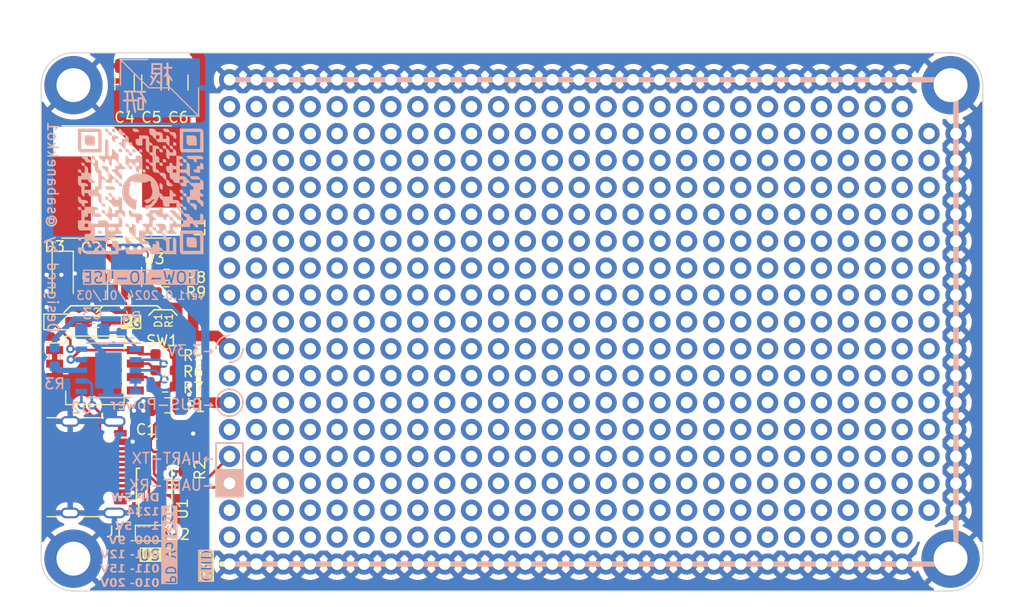
<source format=kicad_pcb>
(kicad_pcb (version 20221018) (generator pcbnew)
  (layers (0 "F.Cu" signal) (31 "B.Cu" signal) (34 "B.Paste" user) (35 "F.Paste" user) (36 "B.SilkS" user "B.Silkscreen") (37 "F.SilkS" user "F.Silkscreen") (38 "B.Mask" user) (39 "F.Mask" user) (44 "Edge.Cuts" user))
  (net 0 "")
  (net 1 "GND")
  (net 2 "+3.3V")
  (net 3 "VDD")
  (net 4 "Net-(U2-VDD)")
  (net 5 "Net-(D1-K)")
  (net 6 "Net-(D1-A)")
  (net 7 "Net-(D2-A)")
  (net 8 "Net-(J1-CC1)")
  (net 9 "Net-(U1-UD+)")
  (net 10 "Net-(U1-UD-)")
  (net 12 "Net-(J1-CC2)")
  (net 15 "UART-RX")
  (net 16 "UART-TX")
  (net 41 "Net-(U1-TNOW)")
  (net 42 "Net-(U2-CFG1)")
  (net 43 "Net-(U2-CFG2)")
  (net 44 "Net-(U2-CFG3)")
  (net 47 "Net-(U2-D+)")
  (net 48 "Net-(D3-K)")
  (net 49 "Net-(U3-FB)")
  (net 55 "Net-(F1-Pad2)")
  (net 56 "Net-(U2-VBUS)")
  (footprint "Robocon_Connector:through_hole_universal" (layer "F.Cu") (at 134.62 96.52)
    (fp_text reference "J34" hide)
    (fp_text value "Conn_01x01_Socket")
  )
  (footprint "Robocon_Connector:through_hole_universal" (layer "F.Cu") (at 144.759808 73.659999)
    (fp_text reference "J31" hide)
    (fp_text value "Conn_01x01_Socket")
  )
  (footprint "Robocon_Connector:through_hole_universal" (layer "F.Cu") (at 142.24 99.06)
    (fp_text reference "J22" hide)
    (fp_text value "Conn_01x01_Socket")
  )
  (footprint "Robocon_Connector:through_hole_universal" (layer "F.Cu") (at 116.84 88.9)
    (fp_text reference "J29" hide)
    (fp_text value "Conn_01x01_Socket")
  )
  (footprint "Robocon_Connector:through_hole_universal" (layer "F.Cu") (at 160.02 96.52)
    (fp_text reference "J34" hide)
    (fp_text value "Conn_01x01_Socket")
  )
  (footprint "Robocon_Connector:through_hole_universal" (layer "F.Cu") (at 162.56 55.88)
    (fp_text reference "J19" hide)
    (fp_text value "Conn_01x01_Socket")
  )
  (footprint "Robocon_Connector:through_hole_universal" (layer "F.Cu") (at 167.64 66.04)
    (fp_text reference "J39" hide)
    (fp_text value "Conn_01x01_Socket")
  )
  (footprint "Resistor_SMD:R_0603_1608Metric_Pad0.98x0.95mm_HandSolder" (layer "F.Cu") (at 89.041 78.74 180)
    (fp_text reference "R1")
    (fp_text value "4.7k")
  )
  (footprint "Robocon_Connector:through_hole_universal" (layer "F.Cu") (at 149.86 68.58)
    (fp_text reference "J36" hide)
    (fp_text value "Conn_01x01_Socket")
  )
  (footprint "Robocon_Connector:through_hole_universal" (layer "F.Cu") (at 154.94 81.28)
    (fp_text reference "J26" hide)
    (fp_text value "Conn_01x01_Socket")
  )
  (footprint "Robocon_Connector:through_hole_universal" (layer "F.Cu") (at 111.76 81.28)
    (fp_text reference "J26" hide)
    (fp_text value "Conn_01x01_Socket")
  )
  (footprint "Robocon_Connector:through_hole_universal" (layer "F.Cu") (at 170.18 63.5 90)
    (fp_text reference "J19" hide)
    (fp_text value "Conn_01x01_Socket")
  )
  (footprint "Robocon_Connector:through_hole_universal" (layer "F.Cu") (at 104.14 66.04)
    (fp_text reference "J39" hide)
    (fp_text value "Conn_01x01_Socket")
  )
  (footprint "Robocon_Connector:through_hole_universal" (layer "F.Cu") (at 147.32 83.82)
    (fp_text reference "J27" hide)
    (fp_text value "Conn_01x01_Socket")
  )
  (footprint "Robocon_Connector:through_hole_universal" (layer "F.Cu") (at 116.84 68.58)
    (fp_text reference "J36" hide)
    (fp_text value "Conn_01x01_Socket")
  )
  (footprint "Fuse:Fuse_0805_2012Metric_Pad1.15x1.40mm_HandSolder" (layer "F.Cu") (at 95.758 86.614 180)
    (fp_text reference "F1")
    (fp_text value "Polyfuse")
  )
  (footprint "Robocon_Connector:through_hole_universal" (layer "F.Cu") (at 149.86 60.96)
    (fp_text reference "J16" hide)
    (fp_text value "Conn_01x01_Socket")
  )
  (footprint "Robocon_Connector:through_hole_universal" (layer "F.Cu") (at 157.48 60.96)
    (fp_text reference "J16" hide)
    (fp_text value "Conn_01x01_Socket")
  )
  (footprint "Robocon_Connector:through_hole_universal" (layer "F.Cu") (at 119.38 91.44)
    (fp_text reference "J32" hide)
    (fp_text value "Conn_01x01_Socket")
  )
  (footprint "Capacitor_SMD:C_1206_3216Metric_Pad1.33x1.80mm_HandSolder" (layer "F.Cu") (at 94.234 56.134 90)
    (fp_text reference "C5")
    (fp_text value "22u")
  )
  (footprint "Robocon_Connector:through_hole_universal" (layer "F.Cu") (at 104.14 86.36)
    (fp_text reference "J28" hide)
    (fp_text value "Conn_01x01_Socket")
  )
  (footprint "Robocon_Connector:through_hole_universal" (layer "F.Cu") (at 111.76 99.06)
    (fp_text reference "J22" hide)
    (fp_text value "Conn_01x01_Socket")
  )
  (footprint "Robocon_Connector:through_hole_universal" (layer "F.Cu") (at 116.84 99.06)
    (fp_text reference "J22" hide)
    (fp_text value "Conn_01x01_Socket")
  )
  (footprint "Robocon_Connector:through_hole_universal" (layer "F.Cu") (at 139.7 81.28)
    (fp_text reference "J26" hide)
    (fp_text value "Conn_01x01_Socket")
  )
  (footprint "Robocon_Connector:through_hole_universal" (layer "F.Cu") (at 157.48 63.5)
    (fp_text reference "J9" hide)
    (fp_text value "Conn_01x01_Socket")
  )
  (footprint "Robocon_Connector:through_hole_universal" (layer "F.Cu") (at 109.22 88.9)
    (fp_text reference "J29" hide)
    (fp_text value "Conn_01x01_Socket")
  )
  (footprint "Robocon_Connector:through_hole_universal" (layer "F.Cu") (at 144.759808 68.579999)
    (fp_text reference "J36" hide)
    (fp_text value "Conn_01x01_Socket")
  )
  (footprint "Robocon_Connector:through_hole_universal" (layer "F.Cu") (at 111.76 86.36)
    (fp_text reference "J28" hide)
    (fp_text value "Conn_01x01_Socket")
  )
  (footprint "Robocon_Connector:through_hole_universal" (layer "F.Cu") (at 170.18 86.36 90)
    (fp_text reference "J19" hide)
    (fp_text value "Conn_01x01_Socket")
  )
  (footprint "Robocon_Connector:through_hole_universal" (layer "F.Cu") (at 104.14 101.6)
    (fp_text reference "J35" hide)
    (fp_text value "Conn_01x01_Socket")
  )
  (footprint "LED_SMD:LED_0603_1608Metric_Pad1.05x0.95mm_HandSolder" (layer "F.Cu") (at 85.739 78.74)
    (fp_text reference "D1")
    (fp_text value "LED")
  )
  (footprint "Robocon_Connector:through_hole_universal" (layer "F.Cu") (at 147.32 93.98)
    (fp_text reference "J33" hide)
    (fp_text value "Conn_01x01_Socket")
  )
  (footprint "Robocon_Connector:through_hole_universal" (layer "F.Cu") (at 149.86 91.44)
    (fp_text reference "J32" hide)
    (fp_text value "Conn_01x01_Socket")
  )
  (footprint "Robocon_Connector:through_hole_universal" (layer "F.Cu") (at 144.759808 96.519999)
    (fp_text reference "J34" hide)
    (fp_text value "Conn_01x01_Socket")
  )
  (footprint "Robocon_Connector:through_hole_universal" (layer "F.Cu") (at 167.64 68.58)
    (fp_text reference "J36" hide)
    (fp_text value "Conn_01x01_Socket")
  )
  (footprint "Robocon_Connector:through_hole_universal" (layer "F.Cu") (at 129.54 58.42)
    (fp_text reference "J30" hide)
    (fp_text value "Conn_01x01_Socket")
  )
  (footprint "Robocon_Connector:through_hole_universal" (layer "F.Cu") (at 116.84 91.44)
    (fp_text reference "J32" hide)
    (fp_text value "Conn_01x01_Socket")
  )
  (footprint "Robocon_Connector:through_hole_universal" (layer "F.Cu") (at 170.18 73.66 90)
    (fp_text reference "J19" hide)
    (fp_text value "Conn_01x01_Socket")
  )
  (footprint "Robocon_Connector:through_hole_universal" (layer "F.Cu") (at 127 63.5)
    (fp_text reference "J9" hide)
    (fp_text value "Conn_01x01_Socket")
  )
  (footprint "Capacitor_SMD:C_0603_1608Metric_Pad1.08x0.95mm_HandSolder" (layer "F.Cu") (at 94.615 90.297 180)
    (fp_text reference "C1")
    (fp_text value "0.1u")
  )
  (footprint "Robocon_Connector:through_hole_universal" (layer "F.Cu") (at 162.56 78.74)
    (fp_text reference "J25" hide)
    (fp_text value "Conn_01x01_Socket")
  )
  (footprint "Robocon_Connector:through_hole_universal" (layer "F.Cu") (at 134.62 91.44)
    (fp_text reference "J32" hide)
    (fp_text value "Conn_01x01_Socket")
  )
  (footprint "Robocon_Connector:through_hole_universal" (layer "F.Cu") (at 147.32 63.5)
    (fp_text reference "J9" hide)
    (fp_text value "Conn_01x01_Socket")
  )
  (footprint "Robocon_Connector:through_hole_universal" (layer "F.Cu") (at 160.02 55.88)
    (fp_text reference "J19" hide)
    (fp_text value "Conn_01x01_Socket")
  )
  (footprint "Robocon_Connector:through_hole_universal" (layer "F.Cu") (at 142.24 83.82)
    (fp_text reference "J27" hide)
    (fp_text value "Conn_01x01_Socket")
  )
  (footprint "Robocon_Connector:through_hole_universal" (layer "F.Cu") (at 109.22 99.06)
    (fp_text reference "J22" hide)
    (fp_text value "Conn_01x01_Socket")
  )
  (footprint "Robocon_Connector:through_hole_universal" (layer "F.Cu") (at 152.4 68.58)
    (fp_text reference "J36" hide)
    (fp_text value "Conn_01x01_Socket")
  )
  (footprint "Robocon_Connector:through_hole_universal" (layer "F.Cu") (at 119.38 58.42)
    (fp_text reference "J30" hide)
    (fp_text value "Conn_01x01_Socket")
  )
  (footprint "Robocon_Connector:through_hole_universal" (layer "F.Cu") (at 165.1 83.82)
    (fp_text reference "J27" hide)
    (fp_text value "Conn_01x01_Socket")
  )
  (footprint "Robocon_Connector:through_hole_universal" (layer "F.Cu") (at 147.32 96.52)
    (fp_text reference "J34" hide)
    (fp_text value "Conn_01x01_Socket")
  )
  (footprint "Robocon_Connector:through_hole_universal" (layer "F.Cu") (at 129.54 93.98)
    (fp_text reference "J33" hide)
    (fp_text value "Conn_01x01_Socket")
  )
  (footprint "Robocon_Connector:through_hole_universal" (layer "F.Cu") (at 152.4 73.66)
    (fp_text reference "J31" hide)
    (fp_text value "Conn_01x01_Socket")
  )
  (footprint "Robocon_Connector:through_hole_universal" (layer "F.Cu") (at 167.64 78.74)
    (fp_text reference "J25" hide)
    (fp_text value "Conn_01x01_Socket")
  )
  (footprint "Robocon_Connector:through_hole_universal" (layer "F.Cu") (at 160.02 86.36)
    (fp_text reference "J28" hide)
    (fp_text value "Conn_01x01_Socket")
  )
  (footprint "Robocon_Connector:through_hole_universal" (layer "F.Cu") (at 142.24 76.2)
    (fp_text reference "J24" hide)
    (fp_text value "Conn_01x01_Socket")
  )
  (footprint "Robocon_Connector:through_hole_universal" (layer "F.Cu") (at 114.3 78.74)
    (fp_text reference "J25" hide)
    (fp_text value "Conn_01x01_Socket")
  )
  (footprint "Robocon_Connector:through_hole_universal" (layer "F.Cu") (at 142.24 81.28)
    (fp_text reference "J26" hide)
    (fp_text value "Conn_01x01_Socket")
  )
  (footprint "Robocon_Connector:through_hole_universal" (layer "F.Cu") (at 104.14 76.2)
    (fp_text reference "J24" hide)
    (fp_text value "Conn_01x01_Socket")
  )
  (footprint "Robocon_Connector:through_hole_universal" (layer "F.Cu") (at 157.48 101.6)
    (fp_text reference "J35" hide)
    (fp_text value "Conn_01x01_Socket")
  )
  (footprint "Connector_USB:USB_C_Receptacle_GCT_USB4105-xx-A_16P_TopMnt_Horizontal" (layer "F.Cu") (at 87.63 92.456 -90)
    (fp_text reference "J1")
    (fp_text value "USB_C_Receptacle_USB2.0")
  )
  (footprint "Robocon_Connector:through_hole_universal" (layer "F.Cu") (at 134.62 93.98)
    (fp_text reference "J33" hide)
    (fp_text value "Conn_01x01_Socket")
  )
  (footprint "Robocon_Connector:through_hole_universal" (layer "F.Cu") (at 132.08 96.52)
    (fp_text reference "J34" hide)
    (fp_text value "Conn_01x01_Socket")
  )
  (footprint "Robocon_Connector:through_hole_universal" (layer "F.Cu") (at 165.1 71.12)
    (fp_text reference "J17" hide)
    (fp_text value "Conn_01x01_Socket")
  )
  (footprint "Robocon_Connector:through_hole_universal" (layer "F.Cu") (at 104.14 96.52)
    (fp_text reference "J34" hide)
    (fp_text value "Conn_01x01_Socket")
  )
  (footprint "Robocon_Connector:through_hole_universal" (layer "F.Cu") (at 152.4 96.52)
    (fp_text reference "J34" hide)
    (fp_text value "Conn_01x01_Socket")
  )
  (footprint "Robocon_Connector:through_hole_universal" (layer "F.Cu") (at 132.08 101.6)
    (fp_text reference "J35" hide)
    (fp_text value "Conn_01x01_Socket")
  )
  (footprint "Robocon_Connector:through_hole_universal" (layer "F.Cu") (at 132.08 99.06)
    (fp_text reference "J22" hide)
    (fp_text value "Conn_01x01_Socket")
  )
  (footprint "Robocon_Connector:through_hole_universal" (layer "F.Cu") (at 106.68 81.28)
    (fp_text reference "J26" hide)
    (fp_text value "Conn_01x01_Socket")
  )
  (footprint "Robocon_Connector:through_hole_universal" (layer "F.Cu") (at 149.86 55.88)
    (fp_text reference "J19" hide)
    (fp_text value "Conn_01x01_Socket")
  )
  (footprint "Robocon_Connector:through_hole_universal" (layer "F.Cu") (at 139.7 101.6)
    (fp_text reference "J35" hide)
    (fp_text value "Conn_01x01_Socket")
  )
  (footprint "Robocon_Connector:through_hole_universal" (layer "F.Cu") (at 129.54 101.6)
    (fp_text reference "J35" hide)
    (fp_text value "Conn_01x01_Socket")
  )
  (footprint "Resistor_SMD:R_0603_1608Metric_Pad0.98x0.95mm_HandSolder" (layer "F.Cu") (at 97.282 91.948 -90)
    (fp_text reference "R2")
    (fp_text value "4.7k")
  )
  (footprint "Robocon_Connector:through_hole_universal" (layer "F.Cu") (at 114.3 68.58)
    (fp_text reference "J36" hide)
    (fp_text value "Conn_01x01_Socket")
  )
  (footprint "Robocon_Connector:through_hole_universal" (layer "F.Cu") (at 124.439808 78.739999)
    (fp_text reference "J25" hide)
    (fp_text value "Conn_01x01_Socket")
  )
  (footprint "Robocon_Connector:through_hole_universal" (layer "F.Cu") (at 160.02 91.44)
    (fp_text reference "J32" hide)
    (fp_text value "Conn_01x01_Socket")
  )
  (footprint "Robocon_Connector:through_hole_universal" (layer "F.Cu") (at 165.1 88.9)
    (fp_text reference "J29" hide)
    (fp_text value "Conn_01x01_Socket")
  )
  (footprint "Robocon_Connector:through_hole_universal" (layer "F.Cu") (at 111.76 96.52)
    (fp_text reference "J34" hide)
    (fp_text value "Conn_01x01_Socket")
  )
  (footprint "Robocon_Connector:through_hole_universal" (layer "F.Cu") (at 127 91.44)
    (fp_text reference "J32" hide)
    (fp_text value "Conn_01x01_Socket")
  )
  (footprint "Robocon_Connector:through_hole_universal" (layer "F.Cu") (at 149.86 71.12)
    (fp_text reference "J17" hide)
    (fp_text value "Conn_01x01_Socket")
  )
  (footprint "Robocon_Connector:through_hole_universal" (layer "F.Cu") (at 157.48 91.44)
    (fp_text reference "J32" hide)
    (fp_text value "Conn_01x01_Socket")
  )
  (footprint "Robocon_Connector:through_hole_universal" (layer "F.Cu") (at 160.02 60.96)
    (fp_text reference "J16" hide)
    (fp_text value "Conn_01x01_Socket")
  )
  (footprint "Diode_SMD:D_SOD-123" (layer "F.Cu") (at 85.852 74.422 -90)
    (fp_text reference "D3")
    (fp_text value "D")
  )
  (footprint "Robocon_Connector:through_hole_universal" (layer "F.Cu") (at 114.3 86.36)
    (fp_text reference "J28" hide)
    (fp_text value "Conn_01x01_Socket")
  )
  (footprint "Robocon_Connector:through_hole_universal" (layer "F.Cu") (at 129.54 66.04)
    (fp_text reference "J39" hide)
    (fp_text value "Conn_01x01_Socket")
  )
  (footprint "Robocon_Connector:through_hole_universal" (layer "F.Cu") (at 152.4 99.06)
    (fp_text reference "J22" hide)
    (fp_text value "Conn_01x01_Socket")
  )
  (footprint "Robocon_Connector:through_hole_universal" (layer "F.Cu") (at 127 55.88)
    (fp_text reference "J19" hide)
    (fp_text value "Conn_01x01_Socket")
  )
  (footprint "Robocon_Connector:through_hole_universal" (layer "F.Cu") (at 106.68 86.36)
    (fp_text reference "J28" hide)
    (fp_text value "Conn_01x01_Socket")
  )
  (footprint "Robocon_Connector:through_hole_universal" (layer "F.Cu") (at 127 99.06)
    (fp_text reference "J22" hide)
    (fp_text value "Conn_01x01_Socket")
  )
  (footprint "Robocon_Connector:through_hole_universal" (layer "F.Cu") (at 170.18 83.82 90)
    (fp_text reference "J19" hide)
    (fp_text value "Conn_01x01_Socket")
  )
  (footprint "Robocon_Connector:through_hole_universal" (layer "F.Cu") (at 167.64 86.36)
    (fp_text reference "J28" hide)
    (fp_text value "Conn_01x01_Socket")
  )
  (footprint "Robocon_Connector:through_hole_universal" (layer "F.Cu") (at 101.6 88.9)
    (fp_text reference "J13" hide)
    (fp_text value "Conn_01x01_Socket")
  )
  (footprint "Robocon_Connector:through_hole_universal" (layer "F.Cu") (at 157.48 78.74)
    (fp_text reference "J25" hide)
    (fp_text value "Conn_01x01_Socket")
  )
  (footprint "Robocon_Connector:through_hole_universal" (layer "F.Cu") (at 134.62 68.58)
    (fp_text reference "J36" hide)
    (fp_text value "Conn_01x01_Socket")
  )
  (footprint "Robocon_Connector:through_hole_universal" (layer "F.Cu") (at 144.759808 60.959999)
    (fp_text reference "J16" hide)
    (fp_text value "Conn_01x01_Socket")
  )
  (footprint "Robocon_Connector:through_hole_universal" (layer "F.Cu") (at 109.22 60.96)
    (fp_text reference "J16" hide)
    (fp_text value "Conn_01x01_Socket")
  )
  (footprint "Robocon_Connector:through_hole_universal" (layer "F.Cu") (at 152.4 78.74)
    (fp_text reference "J25" hide)
    (fp_text value "Conn_01x01_Socket")
  )
  (footprint "Robocon_Connector:through_hole_universal" (layer "F.Cu") (at 132.08 91.44)
    (fp_text reference "J32" hide)
    (fp_text value "Conn_01x01_Socket")
  )
  (footprint "Robocon_Connector:through_hole_universal" (layer "F.Cu") (at 144.759808 58.419999)
    (fp_text reference "J30" hide)
    (fp_text value "Conn_01x01_Socket")
  )
  (footprint "Robocon_Connector:through_hole_universal" (layer "F.Cu") (at 119.38 68.58)
    (fp_text reference "J36" hide)
    (fp_text value "Conn_01x01_Socket")
  )
  (footprint "Robocon_Connector:through_hole_universal" (layer "F.Cu") (at 121.92 71.12)
    (fp_text reference "J17" hide)
    (fp_text value "Conn_01x01_Socket")
  )
  (footprint "Robocon_Connector:through_hole_universal" (layer "F.Cu") (at 132.08 68.58)
    (fp_text reference "J36" hide)
    (fp_text value "Conn_01x01_Socket")
  )
  (footprint "Robocon_Connector:through_hole_universal" (layer "F.Cu") (at 142.24 101.6)
    (fp_text reference "J35" hide)
    (fp_text value "Conn_01x01_Socket")
  )
  (footprint "" (layer "F.Cu") (at 165.1 99.06)
    (fp_text reference "")
    (fp_text value "")
  )
  (footprint "Robocon_Connector:through_hole_universal" (layer "F.Cu") (at 121.92 63.5)
    (fp_text reference "J9" hide)
    (fp_text value "Conn_01x01_Socket")
  )
  (footprint "Robocon_Connector:through_hole_universal" (layer "F.Cu") (at 132.08 63.5)
    (fp_text reference "J9" hide)
    (fp_text value "Conn_01x01_Socket")
  )
  (footprint "Robocon_Connector:through_hole_universal" (layer "F.Cu") (at 111.76 60.96)
    (fp_text reference "J16" hide)
    (fp_text value "Conn_01x01_Socket")
  )
  (footprint "Robocon_Connector:through_hole_universal" (layer "F.Cu") (at 106.68 55.88)
    (fp_text reference "J19" hide)
    (fp_text value "Conn_01x01_Socket")
  )
  (footprint "Robocon_Connector:through_hole_universal" (layer "F.Cu") (at 147.32 76.2)
    (fp_text reference "J24" hide)
    (fp_text value "Conn_01x01_Socket")
  )
  (footprint "Robocon_Connector:through_hole_universal" (layer "F.Cu") (at 154.94 66.04)
    (fp_text reference "J39" hide)
    (fp_text value "Conn_01x01_Socket")
  )
  (footprint "Robocon_Connector:through_hole_universal" (layer "F.Cu") (at 129.54 76.2)
    (fp_text reference "J24" hide)
    (fp_text value "Conn_01x01_Socket")
  )
  (footprint "Robocon_Connector:through_hole_universal" (layer "F.Cu") (at 152.4 60.96)
    (fp_text reference "J16" hide)
    (fp_text value "Conn_01x01_Socket")
  )
  (footprint "Robocon_Connector:through_hole_universal" (layer "F.Cu") (at 165.1 76.2)
    (fp_text reference "J24" hide)
    (fp_text value "Conn_01x01_Socket")
  )
  (footprint "Robocon_Connector:through_hole_universal" (layer "F.Cu") (at 124.439808 63.499999)
    (fp_text reference "J9" hide)
    (fp_text value "Conn_01x01_Socket")
  )
  (footprint "Robocon_Connector:through_hole_universal" (layer "F.Cu") (at 111.76 73.66)
    (fp_text reference "J31" hide)
    (fp_text value "Conn_01x01_Socket")
  )
  (footprint "Robocon_Connector:through_hole_universal" (layer "F.Cu") (at 165.1 78.74)
    (fp_text reference "J25" hide)
    (fp_text value "Conn_01x01_Socket")
  )
  (footprint "Robocon_Connector:through_hole_universal" (layer "F.Cu") (at 129.54 91.44)
    (fp_text reference "J32" hide)
    (fp_text value "Conn_01x01_Socket")
  )
  (footprint "Robocon_Connector:through_hole_universal" (layer "F.Cu") (at 109.22 101.6)
    (fp_text reference "J35" hide)
    (fp_text value "Conn_01x01_Socket")
  )
  (footprint "Robocon_Connector:through_hole_universal" (layer "F.Cu") (at 106.68 83.82)
    (fp_text reference "J27" hide)
    (fp_text value "Conn_01x01_Socket")
  )
  (footprint "Robocon_Connector:through_hole_universal" (layer "F.Cu") (at 147.32 88.9)
    (fp_text reference "J29" hide)
    (fp_text value "Conn_01x01_Socket")
  )
  (footprint "Robocon_Connector:through_hole_universal" (layer "F.Cu") (at 104.14 68.58)
    (fp_text reference "J36" hide)
    (fp_text value "Conn_01x01_Socket")
  )
  (footprint "Robocon_Connector:through_hole_universal" (layer "F.Cu") (at 165.1 55.88 90)
    (fp_text reference "J19" hide)
    (fp_text value "Conn_01x01_Socket")
  )
  (footprint "Robocon_Connector:through_hole_universal" (layer "F.Cu") (at 111.76 66.04)
    (fp_text reference "J39" hide)
    (fp_text value "Conn_01x01_Socket")
  )
  (footprint "Robocon_Connector:through_hole_universal" (layer "F.Cu") (at 157.48 81.28)
    (fp_text reference "J26" hide)
    (fp_text value "Conn_01x01_Socket")
  )
  (footprint "Capacitor_SMD:C_1206_3216Metric_Pad1.33x1.80mm_HandSolder" (layer "F.Cu") (at 96.774 56.134 90)
    (fp_text reference "C6")
    (fp_text value "22u")
  )
  (footprint "Robocon_Connector:through_hole_universal" (layer "F.Cu") (at 121.92 58.42)
    (fp_text reference "J30" hide)
    (fp_text value "Conn_01x01_Socket")
  )
  (footprint "Robocon_Connector:through_hole_universal" (layer "F.Cu") (at 111.76 58.42)
    (fp_text reference "J30" hide)
    (fp_text value "Conn_01x01_Socket")
  )
  (footprint "Robocon_Connector:through_hole_universal" (layer "F.Cu") (at 104.14 55.88)
    (fp_text reference "J19" hide)
    (fp_text value "Conn_01x01_Socket")
  )
  (footprint "Robocon_Connector:through_hole_universal" (layer "F.Cu") (at 111.76 91.44)
    (fp_text reference "J32" hide)
    (fp_text value "Conn_01x01_Socket")
  )
  (footprint "Robocon_Connector:through_hole_universal" (layer "F.Cu") (at 114.3 93.98)
    (fp_text reference "J33" hide)
    (fp_text value "Conn_01x01_Socket")
  )
  (footprint "Button_Switch_SMD:SW_DIP_SPSTx04_Slide_Copal_CHS-04B_W7.62mm_P1.27mm" (layer "F.Cu") (at 88.9 83.312)
    (fp_text reference "SW1")
    (fp_text value "SW_DIP_x04")
  )
  (footprint "Robocon_Connector:through_hole_universal" (layer "F.Cu") (at 127 66.04)
    (fp_text reference "J39" hide)
    (fp_text value "Conn_01x01_Socket")
  )
  (footprint "Robocon_Connector:through_hole_universal" (layer "F.Cu") (at 167.64 93.98)
    (fp_text reference "J33" hide)
    (fp_text value "Conn_01x01_Socket")
  )
  (footprint "Robocon_Connector:through_hole_universal" (layer "F.Cu") (at 139.7 68.58)
    (fp_text reference "J36" hide)
    (fp_text value "Conn_01x01_Socket")
  )
  (footprint "Robocon_Connector:through_hole_universal" (layer "F.Cu") (at 109.22 55.88)
    (fp_text reference "J19" hide)
    (fp_text value "Conn_01x01_Socket")
  )
  (footprint "Robocon_Connector:through_hole_universal" (layer "F.Cu") (at 101.6 99.06)
    (fp_text reference "J23" hide)
    (fp_text value "Conn_01x01_Socket")
  )
  (footprint "Robocon_Connector:through_hole_universal" (layer "F.Cu") (at 162.56 86.36)
    (fp_text reference "J28" hide)
    (fp_text value "Conn_01x01_Socket")
  )
  (footprint "Robocon_Connector:through_hole_universal" (layer "F.Cu") (at 132.08 83.82)
    (fp_text reference "J27" hide)
    (fp_text value "Conn_01x01_Socket")
  )
  (footprint "Robocon_Connector:through_hole_universal" (layer "F.Cu") (at 157.48 71.12)
    (fp_text reference "J17" hide)
    (fp_text value "Conn_01x01_Socket")
  )
  (footprint "Robocon_Connector:through_hole_universal" (layer "F.Cu") (at 144.759808 81.279999)
    (fp_text reference "J26" hide)
    (fp_text value "Conn_01x01_Socket")
  )
  (footprint "Robocon_Connector:through_hole_universal" (layer "F.Cu") (at 104.14 81.28)
    (fp_text reference "J26" hide)
    (fp_text value "Conn_01x01_Socket")
  )
  (footprint "Robocon_Connector:through_hole_universal" (layer "F.Cu") (at 124.439808 88.899999)
    (fp_text reference "J29" hide)
    (fp_text value "Conn_01x01_Socket")
  )
  (footprint "Robocon_Connector:through_hole_universal" (layer "F.Cu") (at 121.92 81.28)
    (fp_text reference "J26" hide)
    (fp_text value "Conn_01x01_Socket")
  )
  (footprint "Robocon_Connector:through_hole_universal" (layer "F.Cu") (at 127 101.6)
    (fp_text reference "J35" hide)
    (fp_text value "Conn_01x01_Socket")
  )
  (footprint "Robocon_Connector:through_hole_universal" (layer "F.Cu") (at 149.86 73.66)
    (fp_text reference "J31" hide)
    (fp_text value "Conn_01x01_Socket")
  )
  (footprint "Robocon_Connector:through_hole_universal" (layer "F.Cu") (at 170.18 71.12 90)
    (fp_text reference "J19" hide)
    (fp_text value "Conn_01x01_Socket")
  )
  (footprint "Robocon_Connector:through_hole_universal" (layer "F.Cu") (at 109.22 63.5)
    (fp_text reference "J9" hide)
    (fp_text value "Conn_01x01_Socket")
  )
  (footprint "Robocon_Connector:through_hole_universal" (layer "F.Cu") (at 154.94 101.6)
    (fp_text reference "J35" hide)
    (fp_text value "Conn_01x01_Socket")
  )
  (footprint "Robocon_Connector:through_hole_universal" (layer "F.Cu") (at 104.14 78.74)
    (fp_text reference "J25" hide)
    (fp_text value "Conn_01x01_Socket")
  )
  (footprint "Robocon_Connector:through_hole_universal" (layer "F.Cu") (at 109.22 86.36)
    (fp_text reference "J28" hide)
    (fp_text value "Conn_01x01_Socket")
  )
  (footprint "Robocon_Connector:through_hole_universal" (layer "F.Cu") (at 170.18 81.28 90)
    (fp_text reference "J19" hide)
    (fp_text value "Conn_01x01_Socket")
  )
  (footprint "MountingHole:MountingHole_3.2mm_M3_ISO14580_Pad" (layer "F.Cu") (at 169.672 56.388)
    (fp_text reference "H1" hide)
    (fp_text value "MountingHole_Pad")
  )
  (footprint "Robocon_Connector:through_hole_universal" (layer "F.Cu") (at 160.02 76.2)
    (fp_text reference "J24" hide)
    (fp_text value "Conn_01x01_Socket")
  )
  (footprint "LED_SMD:LED_0603_1608Metric_Pad1.05x0.95mm_HandSolder" (layer "F.Cu") (at 94.375 98.679)
    (fp_text reference "D2")
    (fp_text value "LED")
  )
  (footprint "Robocon_Connector:through_hole_universal" (layer "F.Cu") (at 137.16 83.82)
    (fp_text reference "J27" hide)
    (fp_text value "Conn_01x01_Socket")
  )
  (footprint "Robocon_Connector:through_hole_universal" (layer "F.Cu") (at 129.54 71.12)
    (fp_text reference "J17" hide)
    (fp_text value "Conn_01x01_Socket")
  )
  (footprint "Robocon_Connector:through_hole_universal" (layer "F.Cu") (at 152.4 86.36)
    (fp_text reference "J28" hide)
    (fp_text value "Conn_01x01_Socket")
  )
  (footprint "Robocon_Connector:through_hole_universal" (layer "F.Cu") (at 152.4 91.44)
    (fp_text reference "J32" hide)
    (fp_text value "Conn_01x01_Socket")
  )
  (footprint "Robocon_Connector:through_hole_universal" (layer "F.Cu") (at 119.38 99.06)
    (fp_text reference "J22" hide)
    (fp_text value "Conn_01x01_Socket")
  )
  (footprint "Robocon_Connector:through_hole_universal" (layer "F.Cu") (at 139.7 58.42)
    (fp_text reference "J30" hide)
    (fp_text value "Conn_01x01_Socket")
  )
  (footprint "Robocon_Connector:through_hole_universal" (layer "F.Cu") (at 147.32 71.12)
    (fp_text reference "J17" hide)
    (fp_text value "Conn_01x01_Socket")
  )
  (footprint "Robocon_Connector:through_hole_universal" (layer "F.Cu") (at 121.92 88.9)
    (fp_text reference "J29" hide)
    (fp_text value "Conn_01x01_Socket")
  )
  (footprint "Robocon_Connector:through_hole_universal" (layer "F.Cu") (at 144.759808 55.879999)
    (fp_text reference "J19" hide)
    (fp_text value "Conn_01x01_Socket")
  )
  (footprint "Robocon_Connector:through_hole_universal" (layer "F.Cu") (at 154.94 60.96)
    (fp_text reference "J16" hide)
    (fp_text value "Conn_01x01_Socket")
  )
  (footprint "Robocon_Connector:through_hole_universal" (layer "F.Cu") (at 121.92 93.98)
    (fp_text reference "J33" hide)
    (fp_text value "Conn_01x01_Socket")
  )
  (footprint "Robocon_Connector:through_hole_universal" (layer "F.Cu") (at 139.7 73.66)
    (fp_text reference "J31" hide)
    (fp_text value "Conn_01x01_Socket")
  )
  (footprint "Robocon_Connector:through_hole_universal" (layer "F.Cu") (at 111.76 63.5)
    (fp_text reference "J9" hide)
    (fp_text value "Conn_01x01_Socket")
  )
  (footprint "Robocon_Connector:through_hole_universal" (layer "F.Cu") (at 116.84 78.74)
    (fp_text reference "J25" hide)
    (fp_text value "Conn_01x01_Socket")
  )
  (footprint "Robocon_Connector:through_hole_universal" (layer "F.Cu") (at 106.68 71.12)
    (fp_text reference "J17" hide)
    (fp_text value "Conn_01x01_Socket")
  )
  (footprint "Robocon_Connector:through_hole_universal" (layer "F.Cu") (at 116.84 55.88)
    (fp_text reference "J19" hide)
    (fp_text value "Conn_01x01_Socket")
  )
  (footprint "Robocon_Connector:through_hole_universal" (layer "F.Cu") (at 129.54 83.82)
    (fp_text reference "J27" hide)
    (fp_text value "Conn_01x01_Socket")
  )
  (footprint "Robocon_Connector:through_hole_universal" (layer "F.Cu") (at 129.54 73.66)
    (fp_text reference "J31" hide)
    (fp_text value "Conn_01x01_Socket")
  )
  (footprint "Robocon_Connector:through_hole_universal" (layer "F.Cu") (at 121.92 73.66)
    (fp_text reference "J31" hide)
    (fp_text value "Conn_01x01_Socket")
  )
  (footprint "Robocon_Connector:through_hole_universal" (layer "F.Cu") (at 127 68.58)
    (fp_text reference "J36" hide)
    (fp_text value "Conn_01x01_Socket")
  )
  (footprint "Robocon_Connector:through_hole_universal" (layer "F.Cu") (at 124.439808 58.419999)
    (fp_text reference "J30" hide)
    (fp_text value "Conn_01x01_Socket")
  )
  (footprint "Robocon_Connector:through_hole_universal" (layer "F.Cu") (at 121.92 101.6)
    (fp_text reference "J35" hide)
    (fp_text value "Conn_01x01_Socket")
  )
  (footprint "Robocon_Connector:through_hole_universal" (layer "F.Cu") (at 114.3 76.2)
    (fp_text reference "J24" hide)
    (fp_text value "Conn_01x01_Socket")
  )
  (footprint "Robocon_Connector:through_hole_universal" (layer "F.Cu") (at 152.4 83.82)
    (fp_text reference "J27" hide)
    (fp_text value "Conn_01x01_Socket")
  )
  (footprint "Robocon_Connector:through_hole_universal" (layer "F.Cu") (at 165.1 63.5)
    (fp_text reference "J9" hide)
    (fp_text value "Conn_01x01_Socket")
  )
  (footprint "Robocon_Connector:through_hole_universal" (layer "F.Cu") (at 121.92 68.58)
    (fp_text reference "J36" hide)
    (fp_text value "Conn_01x01_Socket")
  )
  (footprint "Robocon_Connector:through_hole_universal" (layer "F.Cu") (at 106.68 88.9)
    (fp_text reference "J29" hide)
    (fp_text value "Conn_01x01_Socket")
  )
  (footprint "Robocon_Connector:through_hole_universal" (layer "F.Cu") (at 160.02 68.58)
    (fp_text reference "J36" hide)
    (fp_text value "Conn_01x01_Socket")
  )
  (footprint "Robocon_Connector:through_hole_universal" (layer "F.Cu") (at 111.76 101.6)
    (fp_text reference "J35" hide)
    (fp_text value "Conn_01x01_Socket")
  )
  (footprint "Robocon_Connector:through_hole_universal" (layer "F.Cu") (at 119.38 55.88)
    (fp_text reference "J19" hide)
    (fp_text value "Conn_01x01_Socket")
  )
  (footprint "Robocon_Connector:through_hole_universal" (layer "F.Cu") (at 121.92 83.82)
    (fp_text reference "J27" hide)
    (fp_text value "Conn_01x01_Socket")
  )
  (footprint "Robocon_Connector:through_hole_universal" (layer "F.Cu") (at 139.7 83.82)
    (fp_text reference "J27" hide)
    (fp_text value "Conn_01x01_Socket")
  )
  (footprint "Robocon_Connector:through_hole_universal" (layer "F.Cu") (at 116.84 96.52)
    (fp_text reference "J34" hide)
    (fp_text value "Conn_01x01_Socket")
  )
  (footprint "Robocon_Connector:through_hole_universal" (layer "F.Cu") (at 106.68 101.6)
    (fp_text reference "J35" hide)
    (fp_text value "Conn_01x01_Socket")
  )
  (footprint "Robocon_Connector:through_hole_universal" (layer "F.Cu") (at 114.3 101.6)
    (fp_text reference "J35" hide)
    (fp_text value "Conn_01x01_Socket")
  )
  (footprint "Robocon_Connector:through_hole_universal" (layer "F.Cu") (at 124.439808 83.819999)
    (fp_text reference "J27" hide)
    (fp_text value "Conn_01x01_Socket")
  )
  (footprint "Robocon_Connector:through_hole_universal" (layer "F.Cu") (at 160.02 101.6)
    (fp_text reference "J35" hide)
    (fp_text value "Conn_01x01_Socket")
  )
  (footprint "Robocon_Connector:through_hole_universal" (layer "F.Cu") (at 101.6 73.66)
    (fp_text reference "J10" hide)
    (fp_text value "Conn_01x01_Socket")
  )
  (footprint "Robocon_Connector:through_hole_universal" (layer "F.Cu") (at 101.6 86.36)
    (fp_text reference "J3" hide)
    (fp_text value "Conn_01x01_Socket")
  )
  (footprint "Robocon_Connector:through_hole_universal" (layer "F.Cu") (at 106.68 78.74)
    (fp_text reference "J25" hide)
    (fp_text value "Conn_01x01_Socket")
  )
  (footprint "Robocon_Connector:through_hole_universal" (layer "F.Cu") (at 101.6 91.44)
    (fp_text reference "J6" hide)
    (fp_text value "Conn_01x01_Socket")
  )
  (footprint "Robocon_Connector:through_hole_universal" (layer "F.Cu") (at 124.439808 66.039999)
    (fp_text reference "J39" hide)
    (fp_text value "Conn_01x01_Socket")
  )
  (footprint "Robocon_Connector:through_hole_universal" (layer "F.Cu") (at 124.439808 96.519999)
    (fp_text reference "J34" hide)
    (fp_text value "Conn_01x01_Socket")
  )
  (footprint "Resistor_SMD:R_0603_1608Metric_Pad0.98x0.95mm_HandSolder" (layer "F.Cu") (at 95.6545 74.295 180)
    (fp_text reference "R8")
    (fp_text value "R")
  )
  (footprint "Robocon_Connector:through_hole_universal" (layer "F.Cu") (at 152.4 66.04)
    (fp_text reference "J39" hide)
    (fp_text value "Conn_01x01_Socket")
  )
  (footprint "Robocon_Connector:through_hole_universal" (layer "F.Cu") (at 111.76 68.58)
    (fp_text reference "J36" hide)
    (fp_text value "Conn_01x01_Socket")
  )
  (footprint "Robocon_Connector:through_hole_universal" (layer "F.Cu") (at 154.94 78.74)
    (fp_text reference "J25" hide)
    (fp_text value "Conn_01x01_Socket")
  )
  (footprint "Robocon_Connector:through_hole_universal" (layer "F.Cu") (at 101.6 93.98)
    (fp_text reference "J7" hide)
    (fp_text value "Conn_01x01_Socket")
  )
  (footprint "Robocon_Connector:through_hole_universal" (layer "F.Cu") (at 124.439808 68.579999)
    (fp_text reference "J36" hide)
    (fp_text value "Conn_01x01_Socket")
  )
  (footprint "Package_SO:MSOP-10_3x3mm_P0.5mm" (layer "F.Cu") (at 94.488 94.234 90)
    (fp_text reference "U1")
    (fp_text value "CH340E")
  )
  (footprint "Robocon_Connector:through_hole_universal" (layer "F.Cu") (at 114.3 88.9)
    (fp_text reference "J29" hide)
    (fp_text value "Conn_01x01_Socket")
  )
  (footprint "Robocon_Connector:through_hole_universal" (layer "F.Cu") (at 124.439808 76.199999)
    (fp_text reference "J24" hide)
    (fp_text value "Conn_01x01_Socket")
  )
  (footprint "Robocon_Connector:through_hole_universal" (layer "F.Cu") (at 111.76 93.98)
    (fp_text reference "J33" hide)
    (fp_text value "Conn_01x01_Socket")
  )
  (footprint "Robocon_Connector:through_hole_universal" (layer "F.Cu") (at 121.92 91.44)
    (fp_text reference "J32" hide)
    (fp_text value "Conn_01x01_Socket")
  )
  (footprint "Robocon_Connector:through_hole_universal" (layer "F.Cu") (at 142.24 86.36)
    (fp_text reference "J28" hide)
    (fp_text value "Conn_01x01_Socket")
  )
  (footprint "Robocon_Connector:through_hole_universal" (layer "F.Cu") (at 134.62 63.5)
    (fp_text reference "J9" hide)
    (fp_text value "Conn_01x01_Socket")
  )
  (footprint "Resistor_SMD:R_0603_1608Metric_Pad0.98x0.95mm_HandSolder" (layer "F.Cu") (at 95.5275 83.312 180)
    (fp_text reference "R6")
    (fp_text value "10k")
  )
  (footprint "Robocon_Connector:through_hole_universal" (layer "F.Cu") (at 104.14 83.82)
    (fp_text reference "J27" hide)
    (fp_text value "Conn_01x01_Socket")
  )
  (footprint "Robocon_Connector:through_hole_universal" (layer "F.Cu") (at 116.84 71.12)
    (fp_text reference "J17" hide)
    (fp_text value "Conn_01x01_Socket")
  )
  (footprint "Robocon_Connector:through_hole_universal" (layer "F.Cu") (at 137.16 58.42)
    (fp_text reference "J30" hide)
    (fp_text value "Conn_01x01_Socket")
  )
  (footprint "Robocon_Connector:through_hole_universal" (layer "F.Cu") (at 170.18 68.58 90)
    (fp_text reference "J19" hide)
    (fp_text value "Conn_01x01_Socket")
  )
  (footprint "Robocon_Connector:through_hole_universal" (layer "F.Cu") (at 144.759808 101.599999)
    (fp_text reference "J35" hide)
    (fp_text value "Conn_01x01_Socket")
  )
  (footprint "Robocon_Connector:through_hole_universal" (layer "F.Cu") (at 124.439808 86.359999)
    (fp_text reference "J28" hide)
    (fp_text value "Conn_01x01_Socket")
  )
  (footprint "Robocon_Connector:through_hole_universal" (layer "F.Cu") (at 147.32 91.44)
    (fp_text reference "J32" hide)
    (fp_text value "Conn_01x01_Socket")
  )
  (footprint "Robocon_Connector:through_hole_universal" (layer "F.Cu") (at 101.6 81.28)
    (fp_text reference "J5" hide)
    (fp_text value "Conn_01x01_Socket")
  )
  (footprint "Robocon_Connector:through_hole_universal" (layer "F.Cu") (at 167.64 91.44)
    (fp_text reference "J32" hide)
    (fp_text value "Conn_01x01_Socket")
  )
  (footprint "Robocon_Connector:through_hole_universal" (layer "F.Cu") (at 154.94 96.52)
    (fp_text reference "J34" hide)
    (fp_text value "Conn_01x01_Socket")
  )
  (footprint "Robocon_Connector:through_hole_universal" (layer "F.Cu") (at 157.48 66.04)
    (fp_text reference "J39" hide)
    (fp_text value "Conn_01x01_Socket")
  )
  (footprint "Robocon_Connector:through_hole_universal" (layer "F.Cu") (at 162.56 88.9)
    (fp_text reference "J29" hide)
    (fp_text value "Conn_01x01_Socket")
  )
  (footprint "Robocon_Connector:through_hole_universal" (layer "F.Cu") (at 142.24 88.9)
    (fp_text reference "J29" hide)
    (fp_text value "Conn_01x01_Socket")
  )
  (footprint "Robocon_Connector:through_hole_universal" (layer "F.Cu") (at 134.62 101.6)
    (fp_text reference "J35" hide)
    (fp_text value "Conn_01x01_Socket")
  )
  (footprint "Robocon_Connector:through_hole_universal" (layer "F.Cu") (at 165.1 73.66)
    (fp_text reference "J31" hide)
    (fp_text value "Conn_01x01_Socket")
  )
  (footprint "Robocon_Connector:through_hole_universal" (layer "F.Cu") (at 132.08 81.28)
    (fp_text reference "J26" hide)
    (fp_text value "Conn_01x01_Socket")
  )
  (footprint "Robocon_Connector:through_hole_universal" (layer "F.Cu") (at 162.56 81.28)
    (fp_text reference "J26" hide)
    (fp_text value "Conn_01x01_Socket")
  )
  (footprint "Robocon_Connector:through_hole_universal" (layer "F.Cu") (at 157.48 96.52)
    (fp_text reference "J34" hide)
    (fp_text value "Conn_01x01_Socket")
  )
  (footprint "Robocon_Connector:through_hole_universal" (layer "F.Cu") (at 157.48 88.9)
    (fp_text reference "J29" hide)
    (fp_text value "Conn_01x01_Socket")
  )
  (footprint "MountingHole:MountingHole_3.2mm_M3_ISO14580_Pad" (layer "F.Cu") (at 169.672 101.092)
    (fp_text reference "H3" hide)
    (fp_text value "MountingHole_Pad")
  )
  (footprint "Robocon_Connector:through_hole_universal" (layer "F.Cu") (at 127 71.12)
    (fp_text reference "J17" hide)
    (fp_text value "Conn_01x01_Socket")
  )
  (footprint "Robocon_Connector:through_hole_universal" (layer "F.Cu") (at 109.22 83.82)
    (fp_text reference "J27" hide)
    (fp_text value "Conn_01x01_Socket")
  )
  (footprint "Robocon_Connector:through_hole_universal" (layer "F.Cu") (at 139.7 60.96)
    (fp_text reference "J16" hide)
    (fp_text value "Conn_01x01_Socket")
  )
  (footprint "Robocon_Connector:through_hole_universal" (layer "F.Cu") (at 134.62 78.74)
    (fp_text reference "J25" hide)
    (fp_text value "Conn_01x01_Socket")
  )
  (footprint "Robocon_Connector:through_hole_universal" (layer "F.Cu") (at 157.48 93.98)
    (fp_text reference "J33" hide)
    (fp_text value "Conn_01x01_Socket")
  )
  (footprint "Robocon_Connector:through_hole_universal" (layer "F.Cu") (at 109.22 76.2)
    (fp_text reference "J24" hide)
    (fp_text value "Conn_01x01_Socket")
  )
  (footprint "Robocon_Connector:through_hole_universal" (layer "F.Cu") (at 167.64 73.66)
    (fp_text reference "J31" hide)
    (fp_text value "Conn_01x01_Socket")
  )
  (footprint "Robocon_Connector:through_hole_universal" (layer "F.Cu") (at 162.56 99.06)
    (fp_text reference "J22" hide)
    (fp_text value "Conn_01x01_Socket")
  )
  (footprint "Robocon_Connector:through_hole_universal" (layer "F.Cu") (at 114.3 81.28)
    (fp_text reference "J26" hide)
    (fp_text value "Conn_01x01_Socket")
  )
  (footprint "Robocon_Connector:through_hole_universal" (layer "F.Cu") (at 121.92 60.96)
    (fp_text reference "J16" hide)
    (fp_text value "Conn_01x01_Socket")
  )
  (footprint "Robocon_Connector:through_hole_universal" (layer "F.Cu") (at 137.16 55.88)
    (fp_text reference "J19" hide)
    (fp_text value "Conn_01x01_Socket")
  )
  (footprint "Robocon_Connector:through_hole_universal" (layer "F.Cu") (at 144.759808 86.359999)
    (fp_text reference "J28" hide)
    (fp_text value "Conn_01x01_Socket")
  )
  (footprint "Robocon_Connector:through_hole_universal" (layer "F.Cu") (at 109.22 78.74)
    (fp_text reference "J25" hide)
    (fp_text value "Conn_01x01_Socket")
  )
  (footprint "" (layer "F.Cu") (at 165.1 58.42)
    (fp_text reference "")
    (fp_text value "")
  )
  (footprint "Robocon_Connector:through_hole_universal" (layer "F.Cu") (at 129.54 63.5)
    (fp_text reference "J9" hide)
    (fp_text value "Conn_01x01_Socket")
  )
  (footprint "Robocon_Connector:through_hole_universal" (layer "F.Cu") (at 109.22 96.52)
    (fp_text reference "J34" hide)
    (fp_text value "Conn_01x01_Socket")
  )
  (footprint "Robocon_Connector:through_hole_universal" (layer "F.Cu") (at 149.86 99.06)
    (fp_text reference "J22" hide)
    (fp_text value "Conn_01x01_Socket")
  )
  (footprint "Robocon_Connector:through_hole_universal" (layer "F.Cu") (at 139.7 55.88)
    (fp_text reference "J19" hide)
    (fp_text value "Conn_01x01_Socket")
  )
  (footprint "Robocon_Connector:through_hole_universal" (layer "F.Cu") (at 132.08 73.66)
    (fp_text reference "J31" hide)
    (fp_text value "Conn_01x01_Socket")
  )
  (footprint "Resistor_SMD:R_0603_1608Metric_Pad0.98x0.95mm_HandSolder" (layer "F.Cu") (at 95.5275 84.836 180)
    (fp_text reference "R7")
    (fp_text value "10k")
  )
  (footprint "Robocon_Connector:through_hole_universal" (layer "F.Cu") (at 104.14 99.06)
    (fp_text reference "J22" hide)
    (fp_text value "Conn_01x01_Socket")
  )
  (footprint "Robocon_Connector:through_hole_universal" (layer "F.Cu") (at 116.84 73.66)
    (fp_text reference "J31" hide)
    (fp_text value "Conn_01x01_Socket")
  )
  (footprint "Robocon_Connector:through_hole_universal" (layer "F.Cu") (at 144.759808 71.119999)
    (fp_text reference "J17" hide)
    (fp_text value "Conn_01x01_Socket")
  )
  (footprint "Robocon_Connector:through_hole_universal" (layer "F.Cu") (at 106.68 58.42)
    (fp_text reference "J30" hide)
    (fp_text value "Conn_01x01_Socket")
  )
  (footprint "" (layer "F.Cu") (at 167.64 60.96)
    (fp_text reference "")
    (fp_text value "")
  )
  (footprint "Robocon_Connector:through_hole_universal" (layer "F.Cu") (at 137.16 76.2)
    (fp_text reference "J24" hide)
    (fp_text value "Conn_01x01_Socket")
  )
  (footprint "Robocon_Connector:through_hole_universal" (layer "F.Cu") (at 132.08 71.12)
    (fp_text reference "J17" hide)
    (fp_text value "Conn_01x01_Socket")
  )
  (footprint "Robocon_Connector:through_hole_universal" (layer "F.Cu") (at 132.08 58.42)
    (fp_text reference "J30" hide)
    (fp_text value "Conn_01x01_Socket")
  )
  (footprint "Robocon_Connector:through_hole_universal" (layer "F.Cu") (at 162.56 68.58)
    (fp_text reference "J36" hide)
    (fp_text value "Conn_01x01_Socket")
  )
  (footprint "Robocon_Connector:through_hole_universal" (layer "F.Cu") (at 149.86 63.5)
    (fp_text reference "J9" hide)
    (fp_text value "Conn_01x01_Socket")
  )
  (footprint "Robocon_Connector:through_hole_universal" (layer "F.Cu") (at 157.48 73.66)
    (fp_text reference "J31" hide)
    (fp_text value "Conn_01x01_Socket")
  )
  (footprint "Robocon_Connector:through_hole_universal" (layer "F.Cu") (at 170.18 88.9 90)
    (fp_text reference "J19" hide)
    (fp_text value "Conn_01x01_Socket")
  )
  (footprint "Robocon_Connector:through_hole_universal" (layer "F.Cu") (at 104.14 63.5)
    (fp_text reference "J9" hide)
    (fp_text value "Conn_01x01_Socket")
  )
  (footprint "Robocon_Connector:through_hole_universal" (layer "F.Cu") (at 134.62 99.06)
    (fp_text reference "J22" hide)
    (fp_text value "Conn_01x01_Socket")
  )
  (footprint "Robocon_Connector:through_hole_universal" (layer "F.Cu") (at 167.64 83.82)
    (fp_text reference "J27" hide)
    (fp_text value "Conn_01x01_Socket")
  )
  (footprint "Robocon_Connector:through_hole_universal" (layer "F.Cu") (at 144.759808 66.039999)
    (fp_text reference "J39" hide)
    (fp_text value "Conn_01x01_Socket")
  )
  (footprint "Robocon_Connector:through_hole_universal" (layer "F.Cu") (at 152.4 71.12)
    (fp_text reference "J17" hide)
    (fp_text value "Conn_01x01_Socket")
  )
  (footprint "Robocon_Connector:through_hole_universal" (layer "F.Cu") (at 106.68 96.52)
    (fp_text reference "J34" hide)
    (fp_text value "Conn_01x01_Socket")
  )
  (footprint "Robocon_Connector:through_hole_universal" (layer "F.Cu") (at 144.759808 93.979999)
    (fp_text reference "J33" hide)
    (fp_text value "Conn_01x01_Socket")
  )
  (footprint "Robocon_Connector:through_hole_universal" (layer "F.Cu") (at 160.02 93.98)
    (fp_text reference "J33" hide)
    (fp_text value "Conn_01x01_Socket")
  )
  (footprint "Robocon_Connector:through_hole_universal" (layer "F.Cu") (at 152.4 101.6)
    (fp_text reference "J35" hide)
    (fp_text value "Conn_01x01_Socket")
  )
  (footprint "Robocon_Connector:through_hole_universal" (layer "F.Cu") (at 134.62 58.42)
    (fp_text reference "J30" hide)
    (fp_text value "Conn_01x01_Socket")
  )
  (footprint "Robocon_Connector:through_hole_universal" (layer "F.Cu") (at 106.68 99.06)
    (fp_text reference "J22" hide)
    (fp_text value "Conn_01x01_Socket")
  )
  (footprint "Robocon_Connector:through_hole_universal" (layer "F.Cu") (at 114.3 55.88)
    (fp_text reference "J19" hide)
    (fp_text value "Conn_01x01_Socket")
  )
  (footprint "Robocon_Connector:through_hole_universal" (layer "F.Cu") (at 137.16 78.74)
    (fp_text reference "J25" hide)
    (fp_text value "Conn_01x01_Socket")
  )
  (footprint "Robocon_Connector:through_hole_universal" (layer "F.Cu") (at 160.02 58.42)
    (fp_text reference "J30" hide)
    (fp_text value "Conn_01x01_Socket")
  )
  (footprint "Robocon_Connector:through_hole_universal" (layer "F.Cu") (at 165.1 101.6)
    (fp_text reference "J35" hide)
    (fp_text value "Conn_01x01_Socket")
  )
  (footprint "Robocon_Connector:through_hole_universal" (layer "F.Cu") (at 157.48 99.06)
    (fp_text reference "J22" hide)
    (fp_text value "Conn_01x01_Socket")
  )
  (footprint "Robocon_Connector:through_hole_universal" (layer "F.Cu") (at 119.38 88.9)
    (fp_text reference "J29" hide)
    (fp_text value "Conn_01x01_Socket")
  )
  (footprint "Robocon_Connector:through_hole_universal" (layer "F.Cu") (at 142.24 66.04)
    (fp_text reference "J39" hide)
    (fp_text value "Conn_01x01_Socket")
  )
  (footprint "Robocon_Connector:through_hole_universal" (layer "F.Cu") (at 104.14 88.9)
    (fp_text reference "J29" hide)
    (fp_text value "Conn_01x01_Socket")
  )
  (footprint "Robocon_Connector:through_hole_universal" (layer "F.Cu") (at 101.6 55.88)
    (fp_text reference "J20" hide)
    (fp_text value "Conn_01x01_Socket")
  )
  (footprint "Robocon_Connector:through_hole_universal" (layer "F.Cu") (at 119.38 73.66)
    (fp_text reference "J31" hide)
    (fp_text value "Conn_01x01_Socket")
  )
  (footprint "Robocon_Connector:through_hole_universal" (layer "F.Cu") (at 139.7 63.5)
    (fp_text reference "J9" hide)
    (fp_text value "Conn_01x01_Socket")
  )
  (footprint "Robocon_Connector:through_hole_universal" (layer "F.Cu") (at 167.64 63.5)
    (fp_text reference "J9" hide)
    (fp_text value "Conn_01x01_Socket")
  )
  (footprint "Robocon_Connector:through_hole_universal" (layer "F.Cu") (at 160.02 83.82)
    (fp_text reference "J27" hide)
    (fp_text value "Conn_01x01_Socket")
  )
  (footprint "Robocon_Connector:through_hole_universal" (layer "F.Cu") (at 160.02 81.28)
    (fp_text reference "J26" hide)
    (fp_text value "Conn_01x01_Socket")
  )
  (footprint "Robocon_Connector:through_hole_universal" (layer "F.Cu") (at 162.56 63.5)
    (fp_text reference "J9" hide)
    (fp_text value "Conn_01x01_Socket")
  )
  (footprint "Robocon_Connector:through_hole_universal" (layer "F.Cu") (at 157.48 55.88)
    (fp_text reference "J19" hide)
    (fp_text value "Conn_01x01_Socket")
  )
  (footprint "Robocon_Connector:through_hole_universal" (layer "F.Cu") (at 142.24 73.66)
    (fp_text reference "J31" hide)
    (fp_text value "Conn_01x01_Socket")
  )
  (footprint "Robocon_Connector:through_hole_universal" (layer "F.Cu") (at 121.92 86.36)
    (fp_text reference "J28" hide)
    (fp_text value "Conn_01x01_Socket")
  )
  (footprint "Robocon_Connector:through_hole_universal" (layer "F.Cu") (at 116.84 76.2)
    (fp_text reference "J24" hide)
    (fp_text value "Conn_01x01_Socket")
  )
  (footprint "Robocon_Connector:through_hole_universal" (layer "F.Cu") (at 154.94 55.88)
    (fp_text reference "J19" hide)
    (fp_text value "Conn_01x01_Socket")
  )
  (footprint "Robocon_Connector:through_hole_universal" (layer "F.Cu") (at 165.1 86.36)
    (fp_text reference "J28" hide)
    (fp_text value "Conn_01x01_Socket")
  )
  (footprint "Robocon_Connector:through_hole_universal" (layer "F.Cu") (at 101.6 58.42)
    (fp_text reference "J25" hide)
    (fp_text value "Conn_01x01_Socket")
  )
  (footprint "Robocon_Connector:through_hole_universal" (layer "F.Cu") (at 170.18 76.2 90)
    (fp_text reference "J19" hide)
    (fp_text value "Conn_01x01_Socket")
  )
  (footprint "Robocon_Connector:through_hole_universal" (layer "F.Cu") (at 154.94 68.58)
    (fp_text reference "J36" hide)
    (fp_text value "Conn_01x01_Socket")
  )
  (footprint "Robocon_Connector:through_hole_universal" (layer "F.Cu") (at 104.14 60.96)
    (fp_text reference "J16" hide)
    (fp_text value "Conn_01x01_Socket")
  )
  (footprint "Robocon_Connector:through_hole_universal" (layer "F.Cu") (at 142.24 93.98)
    (fp_text reference "J33" hide)
    (fp_text value "Conn_01x01_Socket")
  )
  (footprint "Robocon_Connector:through_hole_universal" (layer "F.Cu") (at 154.94 91.44)
    (fp_text reference "J32" hide)
    (fp_text value "Conn_01x01_Socket")
  )
  (footprint "Robocon_Connector:through_hole_universal" (layer "F.Cu") (at 149.86 66.04)
    (fp_text reference "J39" hide)
    (fp_text value "Conn_01x01_Socket")
  )
  (footprint "Robocon_Connector:through_hole_universal" (layer "F.Cu") (at 134.62 73.66)
    (fp_text reference "J31" hide)
    (fp_text value "Conn_01x01_Socket")
  )
  (footprint "Robocon_Connector:through_hole_universal" (layer "F.Cu") (at 124.439808 99.059999)
    (fp_text reference "J22" hide)
    (fp_text value "Conn_01x01_Socket")
  )
  (footprint "Resistor_SMD:R_0603_1608Metric_Pad0.98x0.95mm_HandSolder" (layer "F.Cu") (at 95.631 75.946 180)
    (fp_text reference "R9")
    (fp_text value "R")
  )
  (footprint "Robocon_Connector:through_hole_universal" (layer "F.Cu") (at 142.24 96.52)
    (fp_text reference "J34" hide)
    (fp_text value "Conn_01x01_Socket")
  )
  (footprint "Robocon_Connector:through_hole_universal" (layer "F.Cu") (at 152.4 63.5)
    (fp_text reference "J9" hide)
    (fp_text value "Conn_01x01_Socket")
  )
  (footprint "Robocon_Connector:through_hole_universal" (layer "F.Cu") (at 101.6 96.52)
    (fp_text reference "J22" hide)
    (fp_text value "Conn_01x01_Socket")
  )
  (footprint "Robocon_Connector:through_hole_universal" (layer "F.Cu") (at 129.54 99.06)
    (fp_text reference "J22" hide)
    (fp_text value "Conn_01x01_Socket")
  )
  (footprint "Robocon_Connector:through_hole_universal" (layer "F.Cu") (at 149.86 88.9)
    (fp_text reference "J29" hide)
    (fp_text value "Conn_01x01_Socket")
  )
  (footprint "Robocon_Connector:through_hole_universal" (layer "F.Cu") (at 152.4 93.98)
    (fp_text reference "J33" hide)
    (fp_text value "Conn_01x01_Socket")
  )
  (footprint "Robocon_Connector:through_hole_universal" (layer "F.Cu") (at 157.48 68.58)
    (fp_text reference "J36" hide)
    (fp_text value "Conn_01x01_Socket")
  )
  (footprint "Robocon_Connector:through_hole_universal" (layer "F.Cu") (at 167.64 76.2)
    (fp_text reference "J24" hide)
    (fp_text value "Conn_01x01_Socket")
  )
  (footprint "Robocon_Connector:through_hole_universal" (layer "F.Cu") (at 116.84 93.98)
    (fp_text reference "J33" hide)
    (fp_text value "Conn_01x01_Socket")
  )
  (footprint "Robocon_Connector:through_hole_universal" (layer "F.Cu") (at 167.64 81.28)
    (fp_text reference "J26" hide)
    (fp_text value "Conn_01x01_Socket")
  )
  (footprint "Robocon_Connector:through_hole_universal" (layer "F.Cu") (at 160.02 63.5)
    (fp_text reference "J9" hide)
    (fp_text value "Conn_01x01_Socket")
  )
  (footprint "Robocon_Connector:through_hole_universal" (layer "F.Cu") (at 127 78.74)
    (fp_text reference "J25" hide)
    (fp_text value "Conn_01x01_Socket")
  )
  (footprint "Robocon_Connector:through_hole_universal" (layer "F.Cu") (at 154.94 76.2)
    (fp_text reference "J24" hide)
    (fp_text value "Conn_01x01_Socket")
  )
  (footprint "Robocon_Connector:through_hole_universal" (layer "F.Cu") (at 147.32 58.42)
    (fp_text reference "J30" hide)
    (fp_text value "Conn_01x01_Socket")
  )
  (footprint "Robocon_Connector:through_hole_universal" (layer "F.Cu") (at 127 93.98)
    (fp_text reference "J33" hide)
    (fp_text value "Conn_01x01_Socket")
  )
  (footprint "Robocon_Connector:through_hole_universal" (layer "F.Cu") (at 119.38 86.36)
    (fp_text reference "J28" hide)
    (fp_text value "Conn_01x01_Socket")
  )
  (footprint "Robocon_Connector:through_hole_universal" (layer "F.Cu") (at 109.22 73.66)
    (fp_text reference "J31" hide)
    (fp_text value "Conn_01x01_Socket")
  )
  (footprint "Robocon_Connector:through_hole_universal" (layer "F.Cu") (at 160.02 66.04)
    (fp_text reference "J39" hide)
    (fp_text value "Conn_01x01_Socket")
  )
  (footprint "Robocon_Connector:through_hole_universal" (layer "F.Cu") (at 149.86 96.52)
    (fp_text reference "J34" hide)
    (fp_text value "Conn_01x01_Socket")
  )
  (footprint "Robocon_Connector:through_hole_universal" (layer "F.Cu") (at 104.14 93.98)
    (fp_text reference "J33" hide)
    (fp_text value "Conn_01x01_Socket")
  )
  (footprint "Robocon_Connector:through_hole_universal" (layer "F.Cu") (at 111.76 88.9)
    (fp_text reference "J29" hide)
    (fp_text value "Conn_01x01_Socket")
  )
  (footprint "Robocon_Connector:through_hole_universal" (layer "F.Cu") (at 106.68 66.04)
    (fp_text reference "J39" hide)
    (fp_text value "Conn_01x01_Socket")
  )
  (footprint "Robocon_Connector:through_hole_universal" (layer "F.Cu") (at 111.76 78.74)
    (fp_text reference "J25" hide)
    (fp_text value "Conn_01x01_Socket")
  )
  (footprint "Robocon_Connector:through_hole_universal" (layer "F.Cu") (at 134.62 60.96)
    (fp_text reference "J16" hide)
    (fp_text value "Conn_01x01_Socket")
  )
  (footprint "Robocon_Connector:through_hole_universal" (layer "F.Cu") (at 147.32 101.6)
    (fp_text reference "J35" hide)
    (fp_text value "Conn_01x01_Socket")
  )
  (footprint "Robocon_Connector:through_hole_universal" (layer "F.Cu") (at 106.68 60.96)
    (fp_text reference "J16" hide)
    (fp_text value "Conn_01x01_Socket")
  )
  (footprint "Robocon_Connector:through_hole_universal" (layer "F.Cu") (at 114.3 73.66)
    (fp_text reference "J31" hide)
    (fp_text value "Conn_01x01_Socket")
  )
  (footprint "Robocon_Connector:through_hole_universal" (layer "F.Cu") (at 124.439808 101.599999)
    (fp_text reference "J35" hide)
    (fp_text value "Conn_01x01_Socket")
  )
  (footprint "Robocon_Connector:through_hole_universal" (layer "F.Cu") (at 152.4 88.9)
    (fp_text reference "J29" hide)
    (fp_text value "Conn_01x01_Socket")
  )
  (footprint "Robocon_Connector:through_hole_universal" (layer "F.Cu") (at 137.16 66.04)
    (fp_text reference "J39" hide)
    (fp_text value "Conn_01x01_Socket")
  )
  (footprint "Robocon_Connector:through_hole_universal" (layer "F.Cu") (at 157.48 83.82)
    (fp_text reference "J27" hide)
    (fp_text value "Conn_01x01_Socket")
  )
  (footprint "Robocon_Connector:through_hole_universal" (layer "F.Cu") (at 167.64 88.9)
    (fp_text reference "J29" hide)
    (fp_text value "Conn_01x01_Socket")
  )
  (footprint "Robocon_Connector:through_hole_universal" (layer "F.Cu") (at 142.24 58.42)
    (fp_text reference "J30" hide)
    (fp_text value "Conn_01x01_Socket")
  )
  (footprint "Robocon_Connector:through_hole_universal" (layer "F.Cu") (at 147.32 68.58)
    (fp_text reference "J36" hide)
    (fp_text value "Conn_01x01_Socket")
  )
  (footprint "Robocon_Connector:through_hole_universal" (layer "F.Cu") (at 147.32 60.96)
    (fp_text reference "J16" hide)
    (fp_text value "Conn_01x01_Socket")
  )
  (footprint "Robocon_Connector:through_hole_universal" (layer "F.Cu") (at 142.24 63.5)
    (fp_text reference "J9" hide)
    (fp_text value "Conn_01x01_Socket")
  )
  (footprint "Robocon_Connector:through_hole_universal" (layer "F.Cu") (at 165.1 91.44)
    (fp_text reference "J32" hide)
    (fp_text value "Conn_01x01_Socket")
  )
  (footprint "Robocon_Connector:through_hole_universal" (layer "F.Cu") (at 139.7 93.98)
    (fp_text reference "J33" hide)
    (fp_text value "Conn_01x01_Socket")
  )
  (footprint "Robocon_Connector:through_hole_universal" (layer "F.Cu") (at 116.84 83.82)
    (fp_text reference "J27" hide)
    (fp_text value "Conn_01x01_Socket")
  )
  (footprint "Robocon_Connector:through_hole_universal" (layer "F.Cu") (at 116.84 66.04)
    (fp_text reference "J39" hide)
    (fp_text value "Conn_01x01_Socket")
  )
  (footprint "Robocon_Connector:through_hole_universal" (layer "F.Cu") (at 132.08 86.36)
    (fp_text reference "J28" hide)
    (fp_text value "Conn_01x01_Socket")
  )
  (footprint "Robocon_Connector:through_hole_universal" (layer "F.Cu") (at 132.08 66.04)
    (fp_text reference "J39" hide)
    (fp_text value "Conn_01x01_Socket")
  )
  (footprint "Robocon_Connector:through_hole_universal" (layer "F.Cu") (at 119.38 63.5)
    (fp_text reference "J9" hide)
    (fp_text value "Conn_01x01_Socket")
  )
  (footprint "Robocon_Connector:through_hole_universal" (layer "F.Cu") (at 165.1 68.58)
    (fp_text reference "J36" hide)
    (fp_text value "Conn_01x01_Socket")
  )
  (footprint "Robocon_Connector:through_hole_universal" (layer "F.Cu") (at 109.22 66.04)
    (fp_text reference "J39" hide)
    (fp_text value "Conn_01x01_Socket")
  )
  (footprint "Robocon_Connector:through_hole_universal" (layer "F.Cu") (at 121.92 78.74)
    (fp_text reference "J25" hide)
    (fp_text value "Conn_01x01_Socket")
  )
  (footprint "Robocon_Connector:through_hole_universal" (layer "F.Cu") (at 144.759808 99.059999)
    (fp_text reference "J22" hide)
    (fp_text value "Conn_01x01_Socket")
  )
  (footprint "Robocon_Connector:through_hole_universal" (layer "F.Cu") (at 147.32 99.06)
    (fp_text reference "J22" hide)
    (fp_text value "Conn_01x01_Socket")
  )
  (footprint "Robocon_Connector:through_hole_universal" (layer "F.Cu") (at 124.439808 93.979999)
    (fp_text reference "J33" hide)
    (fp_text value "Conn_01x01_Socket")
  )
  (footprint "Package_TO_SOT_SMD:SOT-23-6_Handsoldering" (layer "F.Cu") (at 91.694 74.502 90)
    (fp_text reference "U3")
    (fp_text value "NJW1933")
  )
  (footprint "Robocon_Connector:through_hole_universal" (layer "F.Cu") (at 132.08 88.9)
    (fp_text reference "J29" hide)
    (fp_text value "Conn_01x01_Socket")
  )
  (footprint "Robocon_Connector:through_hole_universal" (layer "F.Cu") (at 114.3 63.5)
    (fp_text reference "J9" hide)
    (fp_text value "Conn_01x01_Socket")
  )
  (footprint "Robocon_Connector:through_hole_universal" (layer "F.Cu") (at 157.48 58.42)
    (fp_text reference "J30" hide)
    (fp_text value "Conn_01x01_Socket")
  )
  (footprint "Robocon_Connector:through_hole_universal" (layer "F.Cu") (at 149.86 83.82)
    (fp_text reference "J27" hide)
    (fp_text value "Conn_01x01_Socket")
  )
  (footprint "Robocon_Connector:through_hole_universal" (layer "F.Cu") (at 157.48 86.36)
    (fp_text reference "J28" hide)
    (fp_text value "Conn_01x01_Socket")
  )
  (footprint "Robocon_Connector:through_hole_universal" (layer "F.Cu") (at 134.62 88.9)
    (fp_text reference "J29" hide)
    (fp_text value "Conn_01x01_Socket")
  )
  (footprint "Robocon_Connector:through_hole_universal" (layer "F.Cu") (at 132.08 93.98)
    (fp_text reference "J33" hide)
    (fp_text value "Conn_01x01_Socket")
  )
  (footprint "Robocon_Connector:through_hole_universal" (layer "F.Cu") (at 142.24 68.58)
    (fp_text reference "J36" hide)
    (fp_text value "Conn_01x01_Socket")
  )
  (footprint "Robocon_Connector:through_hole_universal" (layer "F.Cu") (at 137.16 96.52)
    (fp_text reference "J34" hide)
    (fp_text value "Conn_01x01_Socket")
  )
  (footprint "Robocon_Connector:through_hole_universal" (layer "F.Cu") (at 162.56 101.6)
    (fp_text reference "J35" hide)
    (fp_text value "Conn_01x01_Socket")
  )
  (footprint "Robocon_Connector:through_hole_universal" (layer "F.Cu") (at 129.54 86.36)
    (fp_text reference "J28" hide)
    (fp_text value "Conn_01x01_Socket")
  )
  (footprint "Robocon_Connector:through_hole_universal" (layer "F.Cu") (at 104.14 91.44)
    (fp_text reference "J32" hide)
    (fp_text value "Conn_01x01_Socket")
  )
  (footprint "Robocon_Connector:through_hole_universal" (layer "F.Cu") (at 160.02 99.06)
    (fp_text reference "J22" hide)
    (fp_text value "Conn_01x01_Socket")
  )
  (footprint "Robocon_Connector:through_hole_universal" (layer "F.Cu") (at 124.439808 91.439999)
    (fp_text reference "J32" hide)
    (fp_text value "Conn_01x01_Socket")
  )
  (footprint "Robocon_Connector:through_hole_universal" (layer "F.Cu") (at 137.16 93.98)
    (fp_text reference "J33" hide)
    (fp_text value "Conn_01x01_Socket")
  )
  (footprint "Robocon_Connector:through_hole_universal" (layer "F.Cu") (at 170.18 91.44 90)
    (fp_text reference "J19" hide)
    (fp_text value "Conn_01x01_Socket")
  )
  (footprint "Robocon_Connector:through_hole_universal" (layer "F.Cu") (at 139.7 96.52)
    (fp_text reference "J34" hide)
    (fp_text value "Conn_01x01_Socket")
  )
  (footprint "Robocon_Connector:through_hole_universal" (layer "F.Cu") (at 119.38 83.82)
    (fp_text reference "J27" hide)
    (fp_text value "Conn_01x01_Socket")
  )
  (footprint "Robocon_Connector:through_hole_universal" (layer "F.Cu") (at 109.22 68.58)
    (fp_text reference "J36" hide)
    (fp_text value "Conn_01x01_Socket")
  )
  (footprint "Robocon_Connector:through_hole_universal" (layer "F.Cu") (at 116.84 81.28)
    (fp_text reference "J26" hide)
    (fp_text value "Conn_01x01_Socket")
  )
  (footprint "Robocon_Connector:through_hole_universal" (layer "F.Cu") (at 142.24 55.88)
    (fp_text reference "J19" hide)
    (fp_text value "Conn_01x01_Socket")
  )
  (footprint "Robocon_Connector:through_hole_universal" (layer "F.Cu") (at 162.56 96.52)
    (fp_text reference "J34" hide)
    (fp_text value "Conn_01x01_Socket")
  )
  (footprint "Robocon_Connector:through_hole_universal" (layer "F.Cu") (at 154.94 99.06)
    (fp_text reference "J22" hide)
    (fp_text value "Conn_01x01_Socket")
  )
  (footprint "Robocon_Connector:through_hole_universal" (layer "F.Cu") (at 154.94 63.5)
    (fp_text reference "J9" hide)
    (fp_text value "Conn_01x01_Socket")
  )
  (footprint "Robocon_Connector:through_hole_universal" (layer "F.Cu") (at 129.54 55.88)
    (fp_text reference "J19" hide)
    (fp_text value "Conn_01x01_Socket")
  )
  (footprint "Robocon_Connector:through_hole_universal" (layer "F.Cu") (at 154.94 73.66)
    (fp_text reference "J31" hide)
    (fp_text value "Conn_01x01_Socket")
  )
  (footprint "Robocon_Connector:through_hole_universal" (layer "F.Cu") (at 144.759808 76.199999)
    (fp_text reference "J24" hide)
    (fp_text value "Conn_01x01_Socket")
  )
  (footprint "Robocon_Connector:through_hole_universal" (layer "F.Cu") (at 101.6 71.12)
    (fp_text reference "J15" hide)
    (fp_text value "Conn_01x01_Socket")
  )
  (footprint "Robocon_Connector:through_hole_universal" (layer "F.Cu") (at 114.3 58.42)
    (fp_text reference "J30" hide)
    (fp_text value "Conn_01x01_Socket")
  )
  (footprint "Robocon_Connector:through_hole_universal" (layer "F.Cu") (at 154.94 83.82)
    (fp_text reference "J27" hide)
    (fp_text value "Conn_01x01_Socket")
  )
  (footprint "Robocon_Connector:through_hole_universal" (layer "F.Cu") (at 165.1 81.28)
    (fp_text reference "J26" hide)
    (fp_text value "Conn_01x01_Socket")
  )
  (footprint "Robocon_Connector:through_hole_universal" (layer "F.Cu") (at 109.22 91.44)
    (fp_text reference "J32" hide)
    (fp_text value "Conn_01x01_Socket")
  )
  (footprint "Robocon_Connector:through_hole_universal" (layer "F.Cu") (at 160.02 78.74)
    (fp_text reference "J25" hide)
    (fp_text value "Conn_01x01_Socket")
  )
  (footprint "Robocon_Connector:through_hole_universal" (layer "F.Cu") (at 165.1 93.98)
    (fp_text reference "J33" hide)
    (fp_text value "Conn_01x01_Socket")
  )
  (footprint "Robocon_Connector:through_hole_universal" (layer "F.Cu") (at 144.759808 88.899999)
    (fp_text reference "J29" hide)
    (fp_text value "Conn_01x01_Socket")
  )
  (footprint "Robocon_Connector:through_hole_universal" (layer "F.Cu") (at 127 58.42)
    (fp_text reference "J30" hide)
    (fp_text value "Conn_01x01_Socket")
  )
  (footprint "Robocon_Connector:through_hole_universal" (layer "F.Cu") (at 124.439808 60.959999)
    (fp_text reference "J16" hide)
    (fp_text value "Conn_01x01_Socket")
  )
  (footprint "Robocon_Connector:through_hole_universal" (layer "F.Cu") (at 137.16 86.36)
    (fp_text reference "J28" hide)
    (fp_text value "Conn_01x01_Socket")
  )
  (footprint "Robocon_Connector:through_hole_universal" (layer "F.Cu") (at 101.6 63.5)
    (fp_text reference "J37" hide)
    (fp_text value "Conn_01x01_Socket")
  )
  (footprint "Robocon_Connector:through_hole_universal" (layer "F.Cu") (at 121.92 66.04)
    (fp_text reference "J39" hide)
    (fp_text value "Conn_01x01_Socket")
  )
  (footprint "Robocon_Connector:through_hole_universal" (layer "F.Cu") (at 147.32 66.04)
    (fp_text reference "J39" hide)
    (fp_text value "Conn_01x01_Socket")
  )
  (footprint "Robocon_Connector:through_hole_universal" (layer "F.Cu") (at 129.54 68.58)
    (fp_text reference "J36" hide)
    (fp_text value "Conn_01x01_Socket")
  )
  (footprint "Robocon_Connector:through_hole_universal" (layer "F.Cu") (at 170.18 93.98 90)
    (fp_text reference "J19" hide)
    (fp_text value "Conn_01x01_Socket")
  )
  (footprint "Robocon_Connector:through_hole_universal" (layer "F.Cu") (at 149.86 78.74)
    (fp_text reference "J25" hide)
    (fp_text value "Conn_01x01_Socket")
  )
  (footprint "Robocon_Connector:through_hole_universal" (layer "F.Cu") (at 152.4 81.28)
    (fp_text reference "J26" hide)
    (fp_text value "Conn_01x01_Socket")
  )
  (footprint "Robocon_Connector:through_hole_universal" (layer "F.Cu") (at 111.76 83.82)
    (fp_text reference "J27" hide)
    (fp_text value "Conn_01x01_Socket")
  )
  (footprint "Robocon_Connector:through_hole_universal" (layer "F.Cu") (at 142.24 78.74)
    (fp_text reference "J25" hide)
    (fp_text value "Conn_01x01_Socket")
  )
  (footprint "Robocon_Connector:through_hole_universal" (layer "F.Cu") (at 137.16 81.28)
    (fp_text reference "J26" hide)
    (fp_text value "Conn_01x01_Socket")
  )
  (footprint "Robocon_Connector:through_hole_universal" (layer "F.Cu") (at 137.16 88.9)
    (fp_text reference "J29" hide)
    (fp_text value "Conn_01x01_Socket")
  )
  (footprint "Robocon_Connector:through_hole_universal" (layer "F.Cu") (at 144.759808 83.819999)
    (fp_text reference "J27" hide)
    (fp_text value "Conn_01x01_Socket")
  )
  (footprint "Robocon_Connector:through_hole_universal" (layer "F.Cu") (at 119.38 96.52)
    (fp_text reference "J34" hide)
    (fp_text value "Conn_01x01_Socket")
  )
  (footprint "Robocon_Connector:through_hole_universal" (layer "F.Cu") (at 160.02 71.12)
    (fp_text reference "J17" hide)
    (fp_text value "Conn_01x01_Socket")
  )
  (footprint "Robocon_Connector:through_hole_universal" (layer "F.Cu") (at 121.92 76.2)
    (fp_text reference "J24" hide)
    (fp_text value "Conn_01x01_Socket")
  )
  (footprint "Robocon_Connector:through_hole_universal" (layer "F.Cu") (at 127 81.28)
    (fp_text reference "J26" hide)
    (fp_text value "Conn_01x01_Socket")
  )
  (footprint "Robocon_Connector:through_hole_universal" (layer "F.Cu") (at 101.6 76.2)
    (fp_text reference "J4" hide)
    (fp_text value "Conn_01x01_Socket")
  )
  (footprint "Robocon_Connector:through_hole_universal" (layer "F.Cu") (at 116.84 60.96)
    (fp_text reference "J16" hide)
    (fp_text value "Conn_01x01_Socket")
  )
  (footprint "Robocon_Connector:through_hole_universal" (layer "F.Cu") (at 127 76.2)
    (fp_text reference "J24" hide)
    (fp_text value "Conn_01x01_Socket")
  )
  (footprint "Robocon_Connector:through_hole_universal" (layer "F.Cu") (at 101.6 101.6)
    (fp_text reference "J2" hide)
    (fp_text value "Conn_01x01_Socket")
  )
  (footprint "Robocon_Connector:through_hole_universal" (layer "F.Cu") (at 162.56 71.12)
    (fp_text reference "J17" hide)
    (fp_text value "Conn_01x01_Socket")
  )
  (footprint "Robocon_Connector:through_hole_universal" (layer "F.Cu") (at 106.68 76.2)
    (fp_text reference "J24" hide)
    (fp_text value "Conn_01x01_Socket")
  )
  (footprint "Robocon_Connector:through_hole_universal" (layer "F.Cu") (at 129.54 78.74)
    (fp_text reference "J25" hide)
    (fp_text value "Conn_01x01_Socket")
  )
  (footprint "Robocon_Connector:through_hole_universal" (layer "F.Cu") (at 139.7 76.2)
    (fp_text reference "J24" hide)
    (fp_text value "Conn_01x01_Socket")
  )
  (footprint "Robocon_Connector:through_hole_universal" (layer "F.Cu") (at 152.4 58.42)
    (fp_text reference "J30" hide)
    (fp_text value "Conn_01x01_Socket")
  )
  (footprint "Robocon_Connector:through_hole_universal" (layer "F.Cu") (at 124.439808 81.279999)
    (fp_text reference "J26" hide)
    (fp_text value "Conn_01x01_Socket")
  )
  (footprint "Robocon_Connector:through_hole_universal" (layer "F.Cu") (at 119.38 81.28)
    (fp_text reference "J26" hide)
    (fp_text value "Conn_01x01_Socket")
  )
  (footprint "Robocon_Connector:through_hole_universal" (layer "F.Cu") (at 127 60.96)
    (fp_text reference "J16" hide)
    (fp_text value "Conn_01x01_Socket")
  )
  (footprint "Capacitor_SMD:C_0805_2012Metric_Pad1.18x1.45mm_HandSolder" (layer "F.Cu") (at 88.519 74.422 -90)
    (fp_text reference "C2")
    (fp_text value "4.7u")
  )
  (footprint "Robocon_Connector:through_hole_universal" (layer "F.Cu") (at 127 86.36)
    (fp_text reference "J28" hide)
    (fp_text value "Conn_01x01_Socket")
  )
  (footprint "Robocon_Connector:through_hole_universal" (layer "F.Cu") (at 109.22 58.42)
    (fp_text reference "J30" hide)
    (fp_text value "Conn_01x01_Socket")
  )
  (footprint "Robocon_Connector:through_hole_universal" (layer "F.Cu") (at 137.16 60.96)
    (fp_text reference "J16" hide)
    (fp_text value "Conn_01x01_Socket")
  )
  (footprint "Robocon_Connector:through_hole_universal" (layer "F.Cu") (at 121.92 96.52)
    (fp_text reference "J34" hide)
    (fp_text value "Conn_01x01_Socket")
  )
  (footprint "Robocon_Connector:through_hole_universal" (layer "F.Cu") (at 134.62 81.28)
    (fp_text reference "J26" hide)
    (fp_text value "Conn_01x01_Socket")
  )
  (footprint "Robocon_Connector:through_hole_universal" (layer "F.Cu") (at 116.84 86.36)
    (fp_text reference "J28" hide)
    (fp_text value "Conn_01x01_Socket")
  )
  (footprint "Robocon_Connector:through_hole_universal" (layer "F.Cu") (at 160.02 88.9)
    (fp_text reference "J29" hide)
    (fp_text value "Conn_01x01_Socket")
  )
  (footprint "Robocon_Connector:through_hole_universal" (layer "F.Cu") (at 154.94 58.42)
    (fp_text reference "J30" hide)
    (fp_text value "Conn_01x01_Socket")
  )
  (footprint "Robocon_Connector:through_hole_universal" (layer "F.Cu") (at 144.759808 78.739999)
    (fp_text reference "J25" hide)
    (fp_text value "Conn_01x01_Socket")
  )
  (footprint "Robocon_Connector:through_hole_universal" (layer "F.Cu") (at 106.68 93.98)
    (fp_text reference "J33" hide)
    (fp_text value "Conn_01x01_Socket")
  )
  (footprint "Robocon_Connector:through_hole_universal" (layer "F.Cu") (at 147.32 86.36)
    (fp_text reference "J28" hide)
    (fp_text value "Conn_01x01_Socket")
  )
  (footprint "Robocon_Connector:through_hole_universal" (layer "F.Cu") (at 144.759808 91.439999)
    (fp_text reference "J32" hide)
    (fp_text value "Conn_01x01_Socket")
  )
  (footprint "Robocon_Connector:through_hole_universal" (layer "F.Cu") (at 152.4 76.2)
    (fp_text reference "J24" hide)
    (fp_text value "Conn_01x01_Socket")
  )
  (footprint "Robocon_Connector:through_hole_universal" (layer "F.Cu") (at 154.94 86.36)
    (fp_text reference "J28" hide)
    (fp_text value "Conn_01x01_Socket")
  )
  (footprint "Robocon_Connector:through_hole_universal" (layer "F.Cu") (at 114.3 71.12)
    (fp_text reference "J17" hide)
    (fp_text value "Conn_01x01_Socket")
  )
  (footprint "MountingHole:MountingHole_3.2mm_M3_ISO14580_Pad" (layer "F.Cu") (at 86.868 56.388)
    (fp_text reference "H2" hide)
    (fp_text value "MountingHole_Pad")
  )
  (footprint "Robocon_Connector:through_hole_universal" (layer "F.Cu") (at 139.7 86.36)
    (fp_text reference "J28" hide)
    (fp_text value "Conn_01x01_Socket")
  )
  (footprint "Robocon_Connector:through_hole_universal" (layer "F.Cu") (at 154.94 71.12)
    (fp_text reference "J17" hide)
    (fp_text value "Conn_01x01_Socket")
  )
  (footprint "Robocon_Connector:through_hole_universal" (layer "F.Cu") (at 119.38 101.6)
    (fp_text reference "J35" hide)
    (fp_text value "Conn_01x01_Socket")
  )
  (footprint "Robocon_Connector:through_hole_universal" (layer "F.Cu") (at 154.94 88.9)
    (fp_text reference "J29" hide)
    (fp_text value "Conn_01x01_Socket")
  )
  (footprint "Robocon_Connector:through_hole_universal" (layer "F.Cu") (at 139.7 88.9)
    (fp_text reference "J29" hide)
    (fp_text value "Conn_01x01_Socket")
  )
  (footprint "Robocon_Connector:through_hole_universal" (layer "F.Cu") (at 104.14 58.42)
    (fp_text reference "J30" hide)
    (fp_text value "Conn_01x01_Socket")
  )
  (footprint "Robocon_Connector:through_hole_universal" (layer "F.Cu") (at 111.76 71.12)
    (fp_text reference "J17" hide)
    (fp_text value "Conn_01x01_Socket")
  )
  (footprint "Robocon_Connector:through_hole_universal" (layer "F.Cu") (at 127 73.66)
    (fp_text reference "J31" hide)
    (fp_text value "Conn_01x01_Socket")
  )
  (footprint "Robocon_Connector:through_hole_universal" (layer "F.Cu") (at 162.56 60.96)
    (fp_text reference "J16" hide)
    (fp_text value "Conn_01x01_Socket")
  )
  (footprint "Robocon_Connector:through_hole_universal" (layer "F.Cu") (at 139.7 99.06)
    (fp_text reference "J22" hide)
    (fp_text value "Conn_01x01_Socket")
  )
  (footprint "Robocon_Connector:through_hole_universal" (layer "F.Cu") (at 132.08 60.96)
    (fp_text reference "J16" hide)
    (fp_text value "Conn_01x01_Socket")
  )
  (footprint "Robocon_Connector:through_hole_universal" (layer "F.Cu") (at 139.7 91.44)
    (fp_text reference "J32" hide)
    (fp_text value "Conn_01x01_Socket")
  )
  (footprint "Robocon_Connector:through_hole_universal" (layer "F.Cu") (at 137.16 91.44)
    (fp_text reference "J32" hide)
    (fp_text value "Conn_01x01_Socket")
  )
  (footprint "Robocon_Connector:through_hole_universal" (layer "F.Cu") (at 147.32 78.74)
    (fp_text reference "J25" hide)
    (fp_text value "Conn_01x01_Socket")
  )
  (footprint "Robocon_Connector:through_hole_universal" (layer "F.Cu") (at 160.02 73.66)
    (fp_text reference "J31" hide)
    (fp_text value "Conn_01x01_Socket")
  )
  (footprint "Robocon_Connector:through_hole_universal" (layer "F.Cu") (at 139.7 66.04)
    (fp_text reference "J39" hide)
    (fp_text value "Conn_01x01_Socket")
  )
  (footprint "Robocon_Connector:through_hole_universal" (layer "F.Cu") (at 170.18 78.74 90)
    (fp_text reference "J19" hide)
    (fp_text value "Conn_01x01_Socket")
  )
  (footprint "Robocon_Connector:through_hole_universal" (layer "F.Cu") (at 129.54 60.96)
    (fp_text reference "J16" hide)
    (fp_text value "Conn_01x01_Socket")
  )
  (footprint "Robocon_Connector:through_hole_universal" (layer "F.Cu") (at 149.86 86.36)
    (fp_text reference "J28" hide)
    (fp_text value "Conn_01x01_Socket")
  )
  (footprint "Robocon_Connector:through_hole_universal" (layer "F.Cu") (at 124.439808 55.879999)
    (fp_text reference "J19" hide)
    (fp_text value "Conn_01x01_Socket")
  )
  (footprint "Robocon_Connector:through_hole_universal" (layer "F.Cu") (at 119.38 60.96)
    (fp_text reference "J16" hide)
    (fp_text value "Conn_01x01_Socket")
  )
  (footprint "Robocon_Connector:through_hole_universal" (layer "F.Cu") (at 137.16 99.06)
    (fp_text reference "J22" hide)
    (fp_text value "Conn_01x01_Socket")
  )
  (footprint "Robocon_Connector:through_hole_universal" (layer "F.Cu") (at 129.54 81.28)
    (fp_text reference "J26" hide)
    (fp_text value "Conn_01x01_Socket")
  )
  (footprint "Robocon_Connector:through_hole_universal" (layer "F.Cu") (at 114.3 99.06)
    (fp_text reference "J22" hide)
    (fp_text value "Conn_01x01_Socket")
  )
  (footprint "Robocon_Connector:through_hole_universal" (layer "F.Cu") (at 101.6 68.58)
    (fp_text reference "J14" hide)
    (fp_text value "Conn_01x01_Socket")
  )
  (footprint "MountingHole:MountingHole_3.2mm_M3_ISO14580_Pad" (layer "F.Cu") (at 86.868 101.092)
    (fp_text reference "H4" hide)
    (fp_text value "MountingHole_Pad")
  )
  (footprint "Robocon_Connector:through_hole_universal" (layer "F.Cu") (at 124.439808 73.659999)
    (fp_text reference "J31" hide)
    (fp_text value "Conn_01x01_Socket")
  )
  (footprint "Robocon_Connector:through_hole_universal" (layer "F.Cu") (at 170.18 60.96 90)
    (fp_text reference "J19" hide)
    (fp_text value "Conn_01x01_Socket")
  )
  (footprint "Robocon_Connector:through_hole_universal" (layer "F.Cu") (at 162.56 76.2)
    (fp_text reference "J24" hide)
    (fp_text value "Conn_01x01_Socket")
  )
  (footprint "Robocon_Connector:through_hole_universal" (layer "F.Cu") (at 129.54 96.52)
    (fp_text reference "J34" hide)
    (fp_text value "Conn_01x01_Socket")
  )
  (footprint "Robocon_Connector:through_hole_universal" (layer "F.Cu") (at 116.84 101.6)
    (fp_text reference "J35" hide)
    (fp_text value "Conn_01x01_Socket")
  )
  (footprint "Robocon_Connector:through_hole_universal" (layer "F.Cu") (at 152.4 55.88)
    (fp_text reference "J19" hide)
    (fp_text value "Conn_01x01_Socket")
  )
  (footprint "Robocon_Connector:through_hole_universal" (layer "F.Cu") (at 137.16 63.5)
    (fp_text reference "J9" hide)
    (fp_text value "Conn_01x01_Socket")
  )
  (footprint "Robocon_Connector:through_hole_universal" (layer "F.Cu") (at 147.32 81.28)
    (fp_text reference "J26" hide)
    (fp_text value "Conn_01x01_Socket")
  )
  (footprint "Robocon_Connector:through_hole_universal" (layer "F.Cu") (at 162.56 93.98)
    (fp_text reference "J33" hide)
    (fp_text value "Conn_01x01_Socket")
  )
  (footprint "Robocon_Connector:through_hole_universal" (layer "F.Cu") (at 132.08 76.2)
    (fp_text reference "J24" hide)
    (fp_text value "Conn_01x01_Socket")
  )
  (footprint "Robocon_Connector:through_hole_universal" (layer "F.Cu") (at 119.38 71.12)
    (fp_text reference "J17" hide)
    (fp_text value "Conn_01x01_Socket")
  )
  (footprint "Robocon_Connector:through_hole_universal" (layer "F.Cu") (at 142.24 71.12)
    (fp_text reference "J17" hide)
    (fp_text value "Conn_01x01_Socket")
  )
  (footprint "Robocon_Connector:through_hole_universal" (layer "F.Cu") (at 137.16 71.12)
    (fp_text reference "J17" hide)
    (fp_text value "Conn_01x01_Socket")
  )
  (footprint "Robocon_Connector:through_hole_universal" (layer "F.Cu") (at 101.6 83.82)
    (fp_text reference "J11" hide)
    (fp_text value "Conn_01x01_Socket")
  )
  (footprint "Robocon_Connector:through_hole_universal" (layer "F.Cu") (at 114.3 91.44)
    (fp_text reference "J32" hide)
    (fp_text value "Conn_01x01_Socket")
  )
  (footprint "Robocon_Connector:through_hole_universal" (layer "F.Cu") (at 137.16 68.58)
    (fp_text reference "J36" hide)
    (fp_text value "Conn_01x01_Socket")
  )
  (footprint "Robocon_Connector:through_hole_universal" (layer "F.Cu") (at 119.38 76.2)
    (fp_text reference "J24" hide)
    (fp_text value "Conn_01x01_Socket")
  )
  (footprint "Robocon_Connector:through_hole_universal" (layer "F.Cu") (at 109.22 71.12)
    (fp_text reference "J17" hide)
    (fp_text value "Conn_01x01_Socket")
  )
  (footprint "Robocon_Connector:through_hole_universal" (layer "F.Cu") (at 142.24 91.44)
    (fp_text reference "J32" hide)
    (fp_text value "Conn_01x01_Socket")
  )
  (footprint "Robocon_Connector:through_hole_universal" (layer "F.Cu") (at 119.38 93.98)
    (fp_text reference "J33" hide)
    (fp_text value "Conn_01x01_Socket")
  )
  (footprint "Robocon_Connector:through_hole_universal" (layer "F.Cu") (at 106.68 91.44)
    (fp_text reference "J32" hide)
    (fp_text value "Conn_01x01_Socket")
  )
  (footprint "Robocon_Connector:through_hole_universal" (layer "F.Cu") (at 165.1 66.04)
    (fp_text reference "J39" hide)
    (fp_text value "Conn_01x01_Socket")
  )
  (footprint "Robocon_Connector:through_hole_universal" (layer "F.Cu") (at 162.56 66.04)
    (fp_text reference "J39" hide)
    (fp_text value "Conn_01x01_Socket")
  )
  (footprint "Robocon_Connector:through_hole_universal" (layer "F.Cu") (at 106.68 73.66)
    (fp_text reference "J31" hide)
    (fp_text value "Conn_01x01_Socket")
  )
  (footprint "Robocon_Connector:through_hole_universal" (layer "F.Cu") (at 149.86 81.28)
    (fp_text reference "J26" hide)
    (fp_text value "Conn_01x01_Socket")
  )
  (footprint "Robocon_Connector:through_hole_universal" (layer "F.Cu") (at 114.3 66.04)
    (fp_text reference "J39" hide)
    (fp_text value "Conn_01x01_Socket")
  )
  (footprint "Robocon_Connector:through_hole_universal" (layer "F.Cu") (at 116.84 58.42)
    (fp_text reference "J30" hide)
    (fp_text value "Conn_01x01_Socket")
  )
  (footprint "Robocon_Connector:through_hole_universal" (layer "F.Cu") (at 127 96.52)
    (fp_text reference "J34" hide)
    (fp_text value "Conn_01x01_Socket")
  )
  (footprint "Robocon_Connector:through_hole_universal" (layer "F.Cu") (at 101.6 78.74)
    (fp_text reference "J8" hide)
    (fp_text value "Conn_01x01_Socket")
  )
  (footprint "Robocon_Connector:through_hole_universal" (layer "F.Cu") (at 132.08 78.74)
    (fp_text reference "J25" hide)
    (fp_text value "Conn_01x01_Socket")
  )
  (footprint "Robocon_Connector:through_hole_universal" (layer "F.Cu") (at 142.24 60.96)
    (fp_text reference "J16" hide)
    (fp_text value "Conn_01x01_Socket")
  )
  (footprint "Robocon_Connector:through_hole_universal" (layer "F.Cu") (at 167.64 71.12)
    (fp_text reference "J17" hide)
    (fp_text value "Conn_01x01_Socket")
  )
  (footprint "Robocon_Connector:through_hole_universal" (layer "F.Cu") (at 116.84 63.5)
    (fp_text reference "J9" hide)
    (fp_text value "Conn_01x01_Socket")
  )
  (footprint "Resistor_SMD:R_0603_1608Metric_Pad0.98x0.95mm_HandSolder" (layer "F.Cu") (at 95.5275 81.788 180)
    (fp_text reference "R5")
    (fp_text value "10k")
  )
  (footprint "Robocon_Connector:through_hole_universal" (layer "F.Cu") (at 147.32 55.88)
    (fp_text reference "J19" hide)
    (fp_text value "Conn_01x01_Socket")
  )
  (footprint "Robocon_Connector:through_hole_universal" (layer "F.Cu") (at 165.1 96.52)
    (fp_text reference "J34" hide)
    (fp_text value "Conn_01x01_Socket")
  )
  (footprint "Robocon_Connector:through_hole_universal" (layer "F.Cu") (at 121.92 99.06)
    (fp_text reference "J22" hide)
    (fp_text value "Conn_01x01_Socket")
  )
  (footprint "Robocon_Connector:through_hole_universal" (layer "F.Cu") (at 114.3 83.82)
    (fp_text reference "J27" hide)
    (fp_text value "Conn_01x01_Socket")
  )
  (footprint "Robocon_Connector:through_hole_universal" (layer "F.Cu") (at 149.86 76.2)
    (fp_text reference "J24" hide)
    (fp_text value "Conn_01x01_Socket")
  )
  (footprint "Robocon_Connector:through_hole_universal" (layer "F.Cu") (at 114.3 96.52)
    (fp_text reference "J34" hide)
    (fp_text value "Conn_01x01_Socket")
  )
  (footprint "Robocon_Connector:through_hole_universal" (layer "F.Cu") (at 154.94 93.98)
    (fp_text reference "J33" hide)
    (fp_text value "Conn_01x01_Socket")
  )
  (footprint "Robocon_Connector:through_hole_universal" (layer "F.Cu") (at 111.76 76.2)
    (fp_text reference "J24" hide)
    (fp_text value "Conn_01x01_Socket")
  )
  (footprint "Robocon_Connector:through_hole_universal" (layer "F.Cu") (at 129.54 88.9)
    (fp_text reference "J29" hide)
    (fp_text value "Conn_01x01_Socket")
  )
  (footprint "Robocon_Connector:through_hole_universal" (layer "F.Cu") (at 162.56 58.42)
    (fp_text reference "J30" hide)
    (fp_text value "Conn_01x01_Socket")
  )
  (footprint "Robocon_Connector:through_hole_universal" (layer "F.Cu") (at 137.16 73.66)
    (fp_text reference "J31" hide)
    (fp_text value "Conn_01x01_Socket")
  )
  (footprint "Robocon_Connector:through_hole_universal" (layer "F.Cu") (at 104.14 73.66)
    (fp_text reference "J31" hide)
    (fp_text value "Conn_01x01_Socket")
  )
  (footprint "Robocon_Connector:through_hole_universal" (layer "F.Cu") (at 114.3 60.96)
    (fp_text reference "J16" hide)
    (fp_text value "Conn_01x01_Socket")
  )
  (footprint "Inductor_SMD:L_Taiyo-Yuden_NR-10050_9.8x10.0mm_HandSoldering" (layer "F.Cu") (at 90.932 65.532)
    (fp_text reference "L1")
    (fp_text value "47u")
  )
  (footprint "Robocon_Connector:through_hole_universal" (layer "F.Cu") (at 119.38 78.74)
    (fp_text reference "J25" hide)
    (fp_text value "Conn_01x01_Socket")
  )
  (footprint "Robocon_Connector:through_hole_universal" (layer "F.Cu") (at 139.7 78.74)
    (fp_text reference "J25" hide)
    (fp_text value "Conn_01x01_Socket")
  )
  (footprint "Robocon_Connector:through_hole_universal" (layer "F.Cu") (at 124.439808 71.119999)
    (fp_text reference "J17" hide)
    (fp_text value "Conn_01x01_Socket")
  )
  (footprint "Robocon_Connector:through_hole_universal" (layer "F.Cu") (at 147.32 73.66)
    (fp_text reference "J31" hide)
    (fp_text value "Conn_01x01_Socket")
  )
  (footprint "Robocon_Connector:through_hole_universal" (layer "F.Cu") (at 121.92 55.88)
    (fp_text reference "J19" hide)
    (fp_text value "Conn_01x01_Socket")
  )
  (footprint "Robocon_Connector:through_hole_universal" (layer "F.Cu") (at 111.76 55.88)
    (fp_text reference "J19" hide)
    (fp_text value "Conn_01x01_Socket")
  )
  (footprint "Robocon_Connector:through_hole_universal" (layer "F.Cu") (at 101.6 60.96)
    (fp_text reference "J12" hide)
    (fp_text value "Conn_01x01_Socket")
  )
  (footprint "Robocon_Connector:through_hole_universal" (layer "F.Cu") (at 106.68 63.5)
    (fp_text reference "J9" hide)
    (fp_text value "Conn_01x01_Socket")
  )
  (footprint "Robocon_Connector:through_hole_universal" (layer "F.Cu") (at 134.62 83.82)
    (fp_text reference "J27" hide)
    (fp_text value "Conn_01x01_Socket")
  )
  (footprint "Robocon_Connector:through_hole_universal" (layer "F.Cu") (at 134.62 76.2)
    (fp_text reference "J24" hide)
    (fp_text value "Conn_01x01_Socket")
  )
  (footprint "Robocon_Connector:through_hole_universal" (layer "F.Cu") (at 165.1 60.96)
    (fp_text reference "J16" hide)
    (fp_text value "Conn_01x01_Socket")
  )
  (footprint "Robocon_Connector:through_hole_universal" (layer "F.Cu") (at 149.86 93.98)
    (fp_text reference "J33" hide)
    (fp_text value "Conn_01x01_Socket")
  )
  (footprint "Robocon_Connector:through_hole_universal" (layer "F.Cu") (at 127 88.9)
    (fp_text reference "J29" hide)
    (fp_text value "Conn_01x01_Socket")
  )
  (footprint "Robocon_Connector:through_hole_universal" (layer "F.Cu") (at 170.18 66.04 90)
    (fp_text reference "J19" hide)
    (fp_text value "Conn_01x01_Socket")
  )
  (footprint "" (layer "F.Cu") (at 167.64 96.52)
    (fp_text reference "")
    (fp_text value "")
  )
  (footprint "Robocon_Connector:through_hole_universal" (layer "F.Cu") (at 134.62 66.04)
    (fp_text reference "J39" hide)
    (fp_text value "Conn_01x01_Socket")
  )
  (footprint "Robocon_Connector:through_hole_universal" (layer "F.Cu") (at 119.38 66.04)
    (fp_text reference "J39" hide)
    (fp_text value "Conn_01x01_Socket")
  )
  (footprint "Robocon_Connector:through_hole_universal" (layer "F.Cu") (at 101.6 66.04)
    (fp_text reference "J19" hide)
    (fp_text value "Conn_01x01_Socket")
  )
  (footprint "Robocon_Connector:through_hole_universal" (layer "F.Cu") (at 104.14 71.12)
    (fp_text reference "J17" hide)
    (fp_text value "Conn_01x01_Socket")
  )
  (footprint "Robocon_Connector:through_hole_universal" (layer "F.Cu") (at 106.68 68.58)
    (fp_text reference "J36" hide)
    (fp_text value "Conn_01x01_Socket")
  )
  (footprint "Robocon_Connector:through_hole_universal" (layer "F.Cu") (at 134.62 71.12)
    (fp_text reference "J17" hide)
    (fp_text value "Conn_01x01_Socket")
  )
  (footprint "Robocon_Connector:through_hole_universal" (layer "F.Cu") (at 162.56 83.82)
    (fp_text reference "J27" hide)
    (fp_text value "Conn_01x01_Socket")
  )
  (footprint "Robocon_Connector:through_hole_universal" (layer "F.Cu") (at 170.18 96.52 90)
    (fp_text reference "J19" hide)
    (fp_text value "Conn_01x01_Socket")
  )
  (footprint "Robocon_Connector:through_hole_universal" (layer "F.Cu") (at 149.86 101.6)
    (fp_text reference "J35" hide)
    (fp_text value "Conn_01x01_Socket")
  )
  (footprint "Robocon_Connector:through_hole_universal" (layer "F.Cu") (at 144.759808 63.499999)
    (fp_text reference "J9" hide)
    (fp_text value "Conn_01x01_Socket")
  )
  (footprint "Robocon_Connector:through_hole_universal" (layer "F.Cu") (at 127 83.82)
    (fp_text reference "J27" hide)
    (fp_text value "Conn_01x01_Socket")
  )
  (footprint "Capacitor_SMD:C_1206_3216Metric_Pad1.33x1.80mm_HandSolder" (layer "F.Cu") (at 91.694 56.134 90)
    (fp_text reference "C4")
    (fp_text value "22u")
  )
  (footprint "Robocon_Connector:through_hole_universal" (layer "F.Cu") (at 149.86 58.42)
    (fp_text reference "J30" hide)
    (fp_text value "Conn_01x01_Socket")
  )
  (footprint "Robocon_Connector:through_hole_universal" (layer "F.Cu") (at 162.56 91.44)
    (fp_text reference "J32" hide)
    (fp_text value "Conn_01x01_Socket")
  )
  (footprint "Robocon_Connector:through_hole_universal" (layer "F.Cu") (at 157.48 76.2)
    (fp_text reference "J24" hide)
    (fp_text value "Conn_01x01_Socket")
  )
  (footprint "Robocon_Connector:through_hole_universal" (layer "F.Cu") (at 109.22 81.28)
    (fp_text reference "J26" hide)
    (fp_text value "Conn_01x01_Socket")
  )
  (footprint "Robocon_Connector:through_hole_universal" (layer "F.Cu") (at 137.16 101.6)
    (fp_text reference "J35" hide)
    (fp_text value "Conn_01x01_Socket")
  )
  (footprint "Robocon_Connector:through_hole_universal" (layer "F.Cu") (at 132.08 55.88)
    (fp_text reference "J19" hide)
    (fp_text value "Conn_01x01_Socket")
  )
  (footprint "Robocon_Connector:through_hole_universal" (layer "F.Cu") (at 109.22 93.98)
    (fp_text reference "J33" hide)
    (fp_text value "Conn_01x01_Socket")
  )
  (footprint "Robocon_Connector:through_hole_universal" (layer "F.Cu") (at 139.7 71.12)
    (fp_text reference "J17" hide)
    (fp_text value "Conn_01x01_Socket")
  )
  (footprint "Robocon_Connector:through_hole_universal" (layer "F.Cu") (at 162.56 73.66)
    (fp_text reference "J31" hide)
    (fp_text value "Conn_01x01_Socket")
  )
  (footprint "Robocon_Connector:through_hole_universal" (layer "F.Cu") (at 134.62 86.36)
    (fp_text reference "J28" hide)
    (fp_text value "Conn_01x01_Socket")
  )
  (footprint "Robocon_Connector:through_hole_universal" (layer "F.Cu") (at 134.62 55.88)
    (fp_text reference "J19" hide)
    (fp_text value "Conn_01x01_Socket")
  )
  (footprint "Resistor_SMD:R_0603_1608Metric_Pad0.98x0.95mm_HandSolder" (layer "B.Cu") (at 92.329 79.756 180)
    (fp_text reference "R4")
    (fp_text value "1k")
  )
  (footprint "Sabanekko_icon:sabanekko_PCB_meishi_QR11x11" (layer "B.Cu") (at 93.218 66.421 180)
    (fp_text reference "QR1" hide)
    (fp_text value "MountingHole" hide)
  )
  (footprint "Sabanekko_icon:sabanegi" (layer "B.Cu") (at 94.107 53.213 180)
    (fp_text reference "LOGO1" hide)
    (fp_text value "MountingHole_Pad")
  )
  (footprint "Resistor_SMD:R_0603_1608Metric_Pad0.98x0.95mm_HandSolder" (layer "B.Cu") (at 85.09 82.042 90)
    (fp_text reference "R3")
    (fp_text value "10k")
  )
  (footprint "Robocon_IC:ESSOP-10_3.9x4.9mm_P1.00mm" (layer "B.Cu") (at 90.17 83.312 180)
    (fp_text reference "U2")
    (fp_text value "CH224K")
  )
  (footprint "Capacitor_SMD:C_0805_2012Metric_Pad1.18x1.45mm_HandSolder" (layer "B.Cu") (at 88.646 79.629 180)
    (fp_text reference "C3")
    (fp_text value "4.7u")
  )
  (gr_rect (start 100.33 90.17) (end 102.87 92.71) (stroke (width 0.15)) (fill none) (layer "B.SilkS"))
  (gr_line (start 170.18 101.6) (end 170.18 55.88) (stroke (width 0.5)) (layer "B.SilkS"))
  (gr_line (start 101.6 101.6) (end 170.18 101.6) (stroke (width 0.5)) (layer "B.SilkS"))
  (gr_circle (center 101.6 86.36) (end 101.6 85.09) (stroke (width 0.15)) (fill none) (layer "B.SilkS"))
  (gr_rect (start 100.33 92.71) (end 102.87 95.25) (stroke (width 0.15)) (fill solid) (layer "B.SilkS"))
  (gr_arc (start 100.33 81.28) (mid 100.701974 80.381974) (end 101.6 80.01) (stroke (width 0.15)) (layer "B.SilkS"))
  (gr_line (start 170.18 55.88) (end 101.6 55.88) (stroke (width 0.5)) (layer "B.SilkS"))
  (gr_arc (start 102.87 81.28) (mid 102.498026 82.178026) (end 101.6 82.55) (stroke (width 0.15)) (layer "B.SilkS"))
  (gr_line (start 94.77375 77.216) (end 86.614 77.216) (stroke (width 0.15)) (layer "F.SilkS"))
  (gr_line (start 95.21825 77.597) (end 94.77375 77.216) (stroke (width 0.15)) (layer "F.SilkS"))
  (gr_rect (start 100.33 92.71) (end 102.87 95.25) (stroke (width 0.15)) (fill solid) (layer "F.SilkS"))
  (gr_line (start 100.838 101.6) (end 167.005 101.6) (stroke (width 0.5)) (layer "F.SilkS"))
  (gr_line (start 170.18 98.679) (end 170.18 58.547) (stroke (width 0.5)) (layer "F.SilkS"))
  (gr_line (start 96.139 77.597) (end 96.647 78.105) (stroke (width 0.15)) (layer "F.SilkS"))
  (gr_line (start 86.614 77.216) (end 85.979 77.851) (stroke (width 0.15)) (layer "F.SilkS"))
  (gr_line (start 89.027 77.851) (end 89.662 77.216) (stroke (width 0.15)) (layer "F.SilkS"))
  (gr_circle (center 101.6 86.36) (end 101.6 85.09) (stroke (width 0.15)) (fill none) (layer "F.SilkS"))
  (gr_line (start 94.488 77.597) (end 96.139 77.597) (stroke (width 0.15)) (layer "F.SilkS"))
  (gr_line (start 93.98 78.105) (end 94.488 77.597) (stroke (width 0.15)) (layer "F.SilkS"))
  (gr_rect (start 100.33 90.17) (end 102.87 92.71) (stroke (width 0.15)) (fill none) (layer "F.SilkS"))
  (gr_line (start 167.259 55.88) (end 101.6 55.88) (stroke (width 0.5)) (layer "F.SilkS"))
  (gr_arc (start 102.87 81.28) (mid 102.498026 82.178026) (end 101.6 82.55) (stroke (width 0.15)) (layer "F.SilkS"))
  (gr_arc (start 100.33 81.28) (mid 100.701974 80.381974) (end 101.6 80.01) (stroke (width 0.15)) (layer "F.SilkS"))
  (gr_arc (start 83.82 56.388) (mid 84.712739 54.232739) (end 86.868 53.34) (stroke (width 0.1)) (layer "Edge.Cuts"))
  (gr_line (start 169.672 53.34) (end 86.868 53.34) (stroke (width 0.1)) (layer "Edge.Cuts"))
  (gr_arc (start 169.672 53.34) (mid 171.827261 54.232739) (end 172.72 56.388) (stroke (width 0.1)) (layer "Edge.Cuts"))
  (gr_arc (start 86.868 104.14) (mid 84.712739 103.247261) (end 83.82 101.092) (stroke (width 0.1)) (layer "Edge.Cuts"))
  (gr_line (start 86.868 104.14) (end 169.672 104.14) (stroke (width 0.1)) (layer "Edge.Cuts"))
  (gr_line (start 172.72 101.092) (end 172.72 56.388) (stroke (width 0.1)) (layer "Edge.Cuts"))
  (gr_line (start 83.82 56.388) (end 83.82 101.092) (stroke (width 0.1)) (layer "Edge.Cuts"))
  (gr_arc (start 172.72 101.092) (mid 171.827261 103.247261) (end 169.672 104.14) (stroke (width 0.1)) (layer "Edge.Cuts"))
  (gr_text "PD Voltage  " (at 95.504 103.632 270) (layer "B.SilkS" knockout) (effects (font (size 0.9 0.9) (thickness 0.14)) (justify left bottom mirror)))
  (gr_text "←UART-RX" (at 100.33 94.742) (layer "B.SilkS") (effects (font (size 1 1)) (justify left bottom mirror)))
  (gr_text "HOW-TO-USE" (at 98.806 75.184) (layer "B.SilkS" knockout) (effects (font (size 1.05 1.05)) (justify left bottom mirror)))
  (gr_text "DIP SW\n1234\n1--- 5V\n000- 9V\n001- 12V\n011- 15V\n010- 20V" (at 94.996 103.886) (layer "B.SilkS") (effects (font (size 0.8 0.8) (thickness 0.14) bold) (justify left bottom mirror)))
  (gr_text "Designed by @sabanekko1" (at 84.328 79.883 -90) (layer "B.SilkS") (effects (font (size 1 1)) (justify left bottom mirror)))
  (gr_text "→UART-TX" (at 100.33 92.202) (layer "B.SilkS") (effects (font (size 1 1)) (justify left bottom mirror)))
  (gr_text "←3.3V" (at 100.33 82.042) (layer "B.SilkS") (effects (font (size 1 1)) (justify left bottom mirror)))
  (gr_text "←BUS-Power" (at 100.33 87.122) (layer "B.SilkS") (effects (font (size 1 1)) (justify left bottom mirror)))
  (gr_text "GND" (at 98.679 103.378 -90) (layer "B.SilkS" knockout) (effects (font (size 1 1)) (justify left bottom mirror)))
  (gr_text "ver1.0 2024/01/03" (at 99.314 76.708) (layer "B.SilkS") (effects (font (size 0.8 0.8) (thickness 0.13)) (justify left bottom mirror)))
  (gr_text "USB" (at 92.964 101.346) (layer "F.SilkS" knockout) (effects (font (size 1 1)) (justify left bottom)))
  (gr_text "GND" (at 100.076 103.378 90) (layer "F.SilkS" knockout) (effects (font (size 1 1)) (justify left bottom)))
  (gr_text "PG" (at 91.186 79.375) (layer "F.SilkS" knockout) (effects (font (size 1 1)) (justify left bottom)))
  (segment (start 98.071 89.381) (end 98.171 89.281) (width 0.25) (layer "F.Cu") (net 1))
  (segment (start 95.4775 90.297) (end 96.3935 89.381) (width 0.25) (layer "F.Cu") (net 1))
  (segment (start 96.3935 89.381) (end 98.071 89.381) (width 0.25) (layer "F.Cu") (net 1))
  (segment (start 95.4775 90.297) (end 95.4775 90.1295) (width 0.25) (layer "F.Cu") (net 1))
  (segment (start 94.488 97.691) (end 93.5 98.679) (width 0.25) (layer "F.Cu") (net 1))
  (segment (start 94.488 96.434) (end 94.488 97.691) (width 0.25) (layer "F.Cu") (net 1))
  (via (at 98.171 89.281) (size 0.8) (drill 0.4) (layers "F.Cu" "B.Cu") (net 1))
  (via (at 85.725 74.295) (size 0.8) (drill 0.4) (layers "F.Cu" "B.Cu") (net 1))
  (via (at 91.44 77.343) (size 0.8) (drill 0.4) (layers "F.Cu" "B.Cu") (net 1))
  (via (at 86.995 74.168) (size 0.8) (drill 0.4) (layers "F.Cu" "B.Cu") (net 1))
  (via (at 88.646 77.089) (size 0.8) (drill 0.4) (layers "F.Cu" "B.Cu") (net 1))
  (via (at 84.328 77.343) (size 0.8) (drill 0.4) (layers "F.Cu" "B.Cu") (net 1))
  (via (at 84.328 75.819) (size 0.8) (drill 0.4) (layers "F.Cu" "B.Cu") (net 1))
  (via (at 84.328 74.295) (size 0.8) (drill 0.4) (layers "F.Cu" "B.Cu") (net 1))
  (segment (start 90.17 82.1905) (end 90.17 83.312) (width 0.5) (layer "B.Cu") (net 1))
  (segment (start 87.6085 79.629) (end 90.17 82.1905) (width 0.5) (layer "B.Cu") (net 1))
  (segment (start 90.17 83.312) (end 90.17 87.571) (width 1) (layer "B.Cu") (net 1))
  (segment (start 90.17 87.571) (end 90.735 88.136) (width 1) (layer "B.Cu") (net 1))
  (segment (start 98.163 80.065) (end 96.44 81.788) (width 1) (layer "F.Cu") (net 2))
  (segment (start 98.163 72.699) (end 96.567 74.295) (width 1) (layer "F.Cu") (net 2))
  (segment (start 94.488 89.5615) (end 93.7525 90.297) (width 0.25) (layer "F.Cu") (net 2))
  (segment (start 96.44 84.836) (end 95.796 85.48) (width 0.25) (layer "F.Cu") (net 2))
  (segment (start 94.875 91.009) (end 94.4645 91.009) (width 0.25) (layer "F.Cu") (net 2))
  (segment (start 94.4645 91.009) (end 93.7525 90.297) (width 0.25) (layer "F.Cu") (net 2))
  (segment (start 98.163 72.699) (end 98.163 80.065) (width 1) (layer "F.Cu") (net 2))
  (segment (start 94.963 91.097) (end 94.875 91.009) (width 0.25) (layer "F.Cu") (net 2))
  (segment (start 93.488 90.5615) (end 93.7525 90.297) (width 0.25) (layer "F.Cu") (net 2))
  (segment (start 93.392 78.74) (end 96.44 81.788) (width 0.5) (layer "F.Cu") (net 2))
  (segment (start 95.796 85.48) (end 95.796 87.173) (width 0.25) (layer "F.Cu") (net 2))
  (segment (start 89.9535 78.74) (end 93.392 78.74) (width 0.5) (layer "F.Cu") (net 2))
  (segment (start 96.44 81.788) (end 96.44 84.836) (width 0.5) (layer "F.Cu") (net 2))
  (segment (start 95.632 65.532) (end 98.163 68.063) (width 1) (layer "F.Cu") (net 2))
  (segment (start 94.963 92.059) (end 94.963 91.097) (width 0.25) (layer "F.Cu") (net 2))
  (segment (start 98.163 68.063) (end 98.163 72.699) (width 1) (layer "F.Cu") (net 2))
  (segment (start 95.796 87.173) (end 94.488 88.481) (width 0.25) (layer "F.Cu") (net 2))
  (segment (start 94.488 88.481) (end 94.488 89.5615) (width 0.25) (layer "F.Cu") (net 2))
  (segment (start 100.385 80.065) (end 98.163 80.065) (width 1) (layer "F.Cu") (net 2))
  (segment (start 93.488 92.034) (end 93.488 90.5615) (width 0.25) (layer "F.Cu") (net 2))
  (segment (start 101.6 81.28) (end 100.385 80.065) (width 1) (layer "F.Cu") (net 2))
  (segment (start 101.6 86.36) (end 97.037 86.36) (width 1) (layer "F.Cu") (net 3))
  (segment (start 91.694 74.207) (end 91.694 73.152) (width 0.5) (layer "F.Cu") (net 3))
  (segment (start 97.037 86.36) (end 96.783 86.614) (width 1) (layer "F.Cu") (net 3))
  (segment (start 91.694 73.152) (end 92.644 73.152) (width 0.5) (layer "F.Cu") (net 3))
  (segment (start 89.5565 74.422) (end 91.479 74.422) (width 0.5) (layer "F.Cu") (net 3))
  (segment (start 88.519 73.3845) (end 89.5565 74.422) (width 0.5) (layer "F.Cu") (net 3))
  (segment (start 91.479 74.422) (end 91.694 74.207) (width 0.5) (layer "F.Cu") (net 3))
  (via (at 97.79 86.487) (size 0.8) (drill 0.4) (layers "F.Cu" "B.Cu") (net 3))
  (via (at 97.79 85.598) (size 0.8) (drill 0.4) (layers "F.Cu" "B.Cu") (net 3))
  (via (at 97.79 84.709) (size 0.8) (drill 0.4) (layers "F.Cu" "B.Cu") (net 3))
  (via (at 93.091 71.755) (size 0.8) (drill 0.4) (layers "F.Cu" "B.Cu") (net 3))
  (via (at 92.329 71.755) (size 0.8) (drill 0.4) (layers "F.Cu" "B.Cu") (net 3))
  (via (at 91.567 71.755) (size 0.8) (drill 0.4) (layers "F.Cu" "B.Cu") (net 3))
  (via (at 93.599 72.39) (size 0.8) (drill 0.4) (layers "F.Cu" "B.Cu") (net 3))
  (segment (start 91.9395 78.454) (end 86.981051 78.454) (width 0.5) (layer "B.Cu") (net 3))
  (segment (start 85.09 80.345051) (end 85.09 81.1295) (width 0.5) (layer "B.Cu") (net 3))
  (segment (start 86.981051 78.454) (end 85.09 80.345051) (width 0.5) (layer "B.Cu") (net 3))
  (segment (start 93.2415 79.756) (end 91.9395 78.454) (width 0.5) (layer "B.Cu") (net 3))
  (segment (start 89.8105 79.756) (end 89.6835 79.629) (width 0.25) (layer "B.Cu") (net 4))
  (segment (start 91.4165 79.756) (end 89.8105 79.756) (width 0.25) (layer "B.Cu") (net 4))
  (segment (start 92.72 81.312) (end 92.72 81.0595) (width 0.25) (layer "B.Cu") (net 4))
  (segment (start 92.72 81.0595) (end 91.4165 79.756) (width 0.25) (layer "B.Cu") (net 4))
  (segment (start 86.5745 81.297278) (end 86.5745 80.4505) (width 0.25) (layer "F.Cu") (net 5))
  (segment (start 86.5745 80.4505) (end 84.864 78.74) (width 0.25) (layer "F.Cu") (net 5))
  (via (at 86.5745 81.297278) (size 0.8) (drill 0.4) (layers "F.Cu" "B.Cu") (net 5))
  (segment (start 86.589222 81.312) (end 87.62 81.312) (width 0.25) (layer "B.Cu") (net 5))
  (segment (start 86.5745 81.297278) (end 86.589222 81.312) (width 0.25) (layer "B.Cu") (net 5))
  (segment (start 88.1285 78.74) (end 86.614 78.74) (width 0.25) (layer "F.Cu") (net 6))
  (segment (start 96.266 98.552) (end 95.377 98.552) (width 0.25) (layer "F.Cu") (net 7))
  (segment (start 97.282 92.8605) (end 96.4965 92.8605) (width 0.25) (layer "F.Cu") (net 7))
  (segment (start 95.377 98.552) (end 95.25 98.679) (width 0.25) (layer "F.Cu") (net 7))
  (segment (start 96.4965 92.8605) (end 96.266 93.091) (width 0.25) (layer "F.Cu") (net 7))
  (via (at 96.266 98.552) (size 0.8) (drill 0.4) (layers "F.Cu" "B.Cu") (net 7))
  (via (at 96.266 93.091) (size 0.8) (drill 0.4) (layers "F.Cu" "B.Cu") (net 7))
  (segment (start 96.266 93.091) (end 96.266 98.552) (width 0.25) (layer "B.Cu") (net 7))
  (segment (start 88.646 86.614) (end 89.36 87.328) (width 0.25) (layer "F.Cu") (net 8))
  (segment (start 90.435 91.206) (end 91.31 91.206) (width 0.25) (layer "F.Cu") (net 8))
  (segment (start 89.36 90.131) (end 90.435 91.206) (width 0.25) (layer "F.Cu") (net 8))
  (segment (start 89.36 87.328) (end 89.36 90.131) (width 0.25) (layer "F.Cu") (net 8))
  (via (at 88.646 86.614) (size 0.8) (drill 0.4) (layers "F.Cu" "B.Cu") (net 8))
  (segment (start 88.646 86.614) (end 88.595 86.563) (width 0.25) (layer "B.Cu") (net 8))
  (segment (start 88.595 86.563) (end 88.595 84.658) (width 0.25) (layer "B.Cu") (net 8))
  (segment (start 88.595 84.658) (end 88.249 84.312) (width 0.25) (layer "B.Cu") (net 8))
  (segment (start 88.249 84.312) (end 87.62 84.312) (width 0.25) (layer "B.Cu") (net 8))
  (segment (start 91.31 93.206) (end 90.435 93.206) (width 0.25) (layer "F.Cu") (net 9))
  (segment (start 90.435 93.206) (end 90.41 93.181) (width 0.25) (layer "F.Cu") (net 9))
  (segment (start 90.435 92.206) (end 91.31 92.206) (width 0.25) (layer "F.Cu") (net 9))
  (segment (start 90.41 92.231) (end 90.435 92.206) (width 0.25) (layer "F.Cu") (net 9))
  (segment (start 92.185 93.206) (end 93.488 94.509) (width 0.25) (layer "F.Cu") (net 9))
  (segment (start 91.31 93.206) (end 92.185 93.206) (width 0.25) (layer "F.Cu") (net 9))
  (segment (start 90.41 93.181) (end 90.41 92.231) (width 0.25) (layer "F.Cu") (net 9))
  (segment (start 93.488 94.509) (end 93.488 96.434) (width 0.25) (layer "F.Cu") (net 9))
  (segment (start 93.988 94.372604) (end 93.988 96.434) (width 0.25) (layer "F.Cu") (net 10))
  (segment (start 92.21 92.702) (end 92.317396 92.702) (width 0.25) (layer "F.Cu") (net 10))
  (segment (start 92.21 91.731) (end 92.21 92.702) (width 0.25) (layer "F.Cu") (net 10))
  (segment (start 92.21 92.702) (end 92.206 92.706) (width 0.25) (layer "F.Cu") (net 10))
  (segment (start 92.185 91.706) (end 92.21 91.731) (width 0.25) (layer "F.Cu") (net 10))
  (segment (start 92.317396 92.702) (end 93.988 94.372604) (width 0.25) (layer "F.Cu") (net 10))
  (segment (start 91.31 91.706) (end 92.185 91.706) (width 0.25) (layer "F.Cu") (net 10))
  (segment (start 92.206 92.706) (end 91.31 92.706) (width 0.25) (layer "F.Cu") (net 10))
  (segment (start 87.646497 86.614) (end 87.921 86.888503) (width 0.25) (layer "F.Cu") (net 12))
  (segment (start 87.921 86.914305) (end 88.9 87.893305) (width 0.25) (layer "F.Cu") (net 12))
  (segment (start 87.921 86.888503) (end 87.921 86.914305) (width 0.25) (layer "F.Cu") (net 12))
  (segment (start 88.9 87.893305) (end 88.9 92.671) (width 0.25) (layer "F.Cu") (net 12))
  (segment (start 88.9 92.671) (end 90.435 94.206) (width 0.25) (layer "F.Cu") (net 12))
  (segment (start 90.435 94.206) (end 91.31 94.206) (width 0.25) (layer "F.Cu") (net 12))
  (via (at 87.646497 86.614) (size 0.8) (drill 0.4) (layers "F.Cu" "B.Cu") (net 12))
  (segment (start 87.646497 86.614) (end 87.62 86.587503) (width 0.25) (layer "B.Cu") (net 12))
  (segment (start 87.62 86.587503) (end 87.62 85.312) (width 0.25) (layer "B.Cu") (net 12))
  (segment (start 99.129 93.911) (end 101.6 91.44) (width 0.25) (layer "F.Cu") (net 15))
  (segment (start 95.309396 93.911) (end 99.129 93.911) (width 0.25) (layer "F.Cu") (net 15))
  (segment (start 94.488 92.034) (end 94.488 93.089604) (width 0.25) (layer "F.Cu") (net 15))
  (segment (start 94.488 93.089604) (end 95.309396 93.911) (width 0.25) (layer "F.Cu") (net 15))
  (segment (start 95.123 94.361) (end 101.219 94.361) (width 0.25) (layer "F.Cu") (net 16))
  (segment (start 93.988 93.226) (end 95.123 94.361) (width 0.25) (layer "F.Cu") (net 16))
  (segment (start 101.219 94.361) (end 101.6 93.98) (width 0.25) (layer "F.Cu") (net 16))
  (segment (start 93.988 92.034) (end 93.988 93.226) (width 0.25) (layer "F.Cu") (net 16))
  (segment (start 96.2835 92.034) (end 97.282 91.0355) (width 0.25) (layer "F.Cu") (net 41))
  (segment (start 95.488 92.034) (end 96.2835 92.034) (width 0.25) (layer "F.Cu") (net 41))
  (segment (start 92.71 81.407) (end 87.503 81.407) (width 0.25) (layer "F.Cu") (net 42))
  (segment (start 93.091 81.788) (end 92.71 81.407) (width 0.25) (layer "F.Cu") (net 42))
  (segment (start 94.615 81.788) (end 93.091 81.788) (width 0.25) (layer "F.Cu") (net 42))
  (segment (start 87.503 81.407) (end 86.614 82.296) (width 0.25) (layer "F.Cu") (net 42))
  (via (at 86.614 82.296) (size 0.8) (drill 0.4) (layers "F.Cu" "B.Cu") (net 42))
  (segment (start 86.63 82.312) (end 86.614 82.296) (width 0.25) (layer "B.Cu") (net 42))
  (segment (start 87.62 82.312) (end 86.63 82.312) (width 0.25) (layer "B.Cu") (net 42))
  (segment (start 93.98 82.677) (end 92.71 82.677) (width 0.25) (layer "F.Cu") (net 43))
  (segment (start 94.75378 83.312) (end 95.382184 82.683596) (width 0.25) (layer "F.Cu") (net 43))
  (segment (start 94.615 83.312) (end 93.98 82.677) (width 0.25) (layer "F.Cu") (net 43))
  (segment (start 94.615 83.312) (end 94.75378 83.312) (width 0.25) (layer "F.Cu") (net 43))
  (via (at 95.382184 82.683596) (size 0.8) (drill 0.4) (layers "F.Cu" "B.Cu") (net 43))
  (segment (start 95.382184 82.683596) (end 95.010588 82.312) (width 0.25) (layer "B.Cu") (net 43))
  (segment (start 95.010588 82.312) (end 92.72 82.312) (width 0.25) (layer "B.Cu") (net 43))
  (segment (start 94.615 84.836) (end 93.726 83.947) (width 0.25) (layer "F.Cu") (net 44))
  (segment (start 94.615 84.836) (end 95.377 84.074) (width 0.25) (layer "F.Cu") (net 44))
  (segment (start 95.377 84.074) (end 95.449669 84.146669) (width 0.25) (layer "F.Cu") (net 44))
  (segment (start 93.726 83.947) (end 92.71 83.947) (width 0.25) (layer "F.Cu") (net 44))
  (segment (start 95.449669 84.146669) (end 95.449669 84.148443) (width 0.25) (layer "F.Cu") (net 44))
  (via (at 95.449669 84.148443) (size 0.8) (drill 0.4) (layers "F.Cu" "B.Cu") (net 44))
  (segment (start 95.449669 84.148443) (end 94.613226 83.312) (width 0.25) (layer "B.Cu") (net 44))
  (segment (start 94.613226 83.312) (end 92.72 83.312) (width 0.25) (layer "B.Cu") (net 44))
  (segment (start 92.72 84.312) (end 92.72 85.312) (width 0.25) (layer "B.Cu") (net 47))
  (segment (start 89.939 72.347) (end 86.277 72.347) (width 0.5) (layer "F.Cu") (net 48))
  (segment (start 90.744 73.152) (end 89.939 72.347) (width 0.5) (layer "F.Cu") (net 48))
  (segment (start 86.277 72.347) (end 85.852 72.772) (width 0.5) (layer "F.Cu") (net 48))
  (segment (start 96.5435 75.946) (end 96.393 75.946) (width 0.25) (layer "F.Cu") (net 49))
  (segment (start 93.185 75.852) (end 94.742 74.295) (width 0.25) (layer "F.Cu") (net 49))
  (segment (start 96.393 75.946) (end 94.742 74.295) (width 0.25) (layer "F.Cu") (net 49))
  (segment (start 92.644 75.852) (end 93.185 75.852) (width 0.25) (layer "F.Cu") (net 49))
  (segment (start 91.31 94.856) (end 92.443 94.856) (width 0.5) (layer "F.Cu") (net 55))
  (segment (start 92.443 90.056) (end 92.456 90.043) (width 0.5) (layer "F.Cu") (net 55))
  (segment (start 91.31 90.056) (end 92.443 90.056) (width 0.5) (layer "F.Cu") (net 55))
  (segment (start 92.443 94.856) (end 92.456 94.869) (width 0.5) (layer "F.Cu") (net 55))
  (via (at 93.472 86.233) (size 0.8) (drill 0.4) (layers "F.Cu" "B.Cu") (net 55))
  (via (at 92.456 94.869) (size 0.8) (drill 0.4) (layers "F.Cu" "B.Cu") (net 55))
  (via (at 92.583 87.122) (size 0.8) (drill 0.4) (layers "F.Cu" "B.Cu") (net 55))
  (via (at 93.472 87.122) (size 0.8) (drill 0.4) (layers "F.Cu" "B.Cu") (net 55))
  (via (at 92.456 90.043) (size 0.8) (drill 0.4) (layers "F.Cu" "B.Cu") (net 55))
  (segment (start 85.4475 83.312) (end 85.09 82.9545) (width 0.5) (layer "B.Cu") (net 56))
  (segment (start 87.62 83.312) (end 85.4475 83.312) (width 0.5) (layer "B.Cu") (net 56))
  (zone (net 48) (net_name "Net-(D3-K)") (layer "F.Cu") (priority 2) (connect_pads yes (clearance 0.5)) (min_thickness 0.25) (fill yes (thermal_gap 0.5) (thermal_bridge_width 0.5))
    (polygon (pts (xy 86.741 73.152) (xy 86.741 72.136) (xy 88.519 70.358) (xy 88.519 63.119) (xy 83.82 63.119) (xy 83.82 73.152)))
  )
  (zone (net 55) (net_name "Net-(F1-Pad2)") (layer "F.Cu") (priority 5) (connect_pads yes (clearance 0.5)) (min_thickness 0.25) (fill yes (thermal_gap 0.5) (thermal_bridge_width 0.5))
    (polygon (pts (xy 95.504 85.852) (xy 95.504 87.63) (xy 92.202 87.63) (xy 92.202 86.868) (xy 93.218 85.852)))
  )
  (zone (net 3) (net_name "VDD") (layer "F.Cu") (priority 6) (connect_pads yes (clearance 0.5)) (min_thickness 0.25) (fill yes (thermal_gap 0.5) (thermal_bridge_width 0.5))
    (polygon (pts (xy 96.266 84.328) (xy 98.425 84.328) (xy 98.425 86.36) (xy 97.409 87.503) (xy 96.266 87.503)))
  )
  (zone (net 3) (net_name "VDD") (layer "F.Cu") (priority 7) (connect_pads yes (clearance 0.5)) (min_thickness 0.25) (fill yes (thermal_gap 0.5) (thermal_bridge_width 0.5))
    (polygon (pts (xy 88.773 74.803) (xy 87.884 73.914) (xy 87.884 72.898) (xy 89.408 71.374) (xy 93.218 71.374) (xy 93.726 71.882) (xy 93.726 74.803)))
  )
  (zone (net 0) (net_name "") (layer "F.Cu") (connect_pads yes (clearance 0)) (min_thickness 0.25)
    (keepout (tracks not_allowed) (vias allowed) (pads allowed) (copperpour not_allowed) (footprints allowed))
    (fill (thermal_gap 0.5) (thermal_bridge_width 0.5))
    (polygon (pts (xy 97.663 70.612) (xy 97.663 68.326) (xy 93.345 68.326) (xy 93.345 62.992) (xy 90.551 60.198) (xy 83.82 60.198) (xy 83.82 62.992) (xy 88.646 62.992) (xy 88.646 70.612)))
  )
  (zone (net 2) (net_name "+3.3V") (layer "F.Cu") (priority 1) (connect_pads yes (clearance 0.5)) (min_thickness 0.25) (fill yes (thermal_gap 0.5) (thermal_bridge_width 0.5))
    (polygon (pts (xy 90.551 56.769) (xy 97.917 56.769) (xy 97.917 67.945) (xy 93.345 67.945) (xy 93.345 62.992) (xy 90.551 60.198)))
  )
  (zone (net 1) (net_name "GND") (layers "F&B.Cu") (connect_pads (clearance 0.5)) (min_thickness 0.25) (fill yes (thermal_gap 0.5) (thermal_bridge_width 0.5))
    (polygon (pts (xy 83.82 53.34) (xy 83.82 104.14) (xy 172.72 104.14) (xy 172.72 53.34)))
  )
  (zone (net 0) (net_name "") (layers "F&B.Cu") (connect_pads (clearance 0)) (min_thickness 0.25)
    (keepout (tracks allowed) (vias allowed) (pads allowed) (copperpour not_allowed) (footprints allowed))
    (fill (thermal_gap 0.5) (thermal_bridge_width 0.5))
    (polygon (pts (xy 99.695 57.15) (xy 99.695 100.33) (xy 165.735 100.33) (xy 168.91 97.155) (xy 168.91 59.69) (xy 166.37 57.15)))
  )
  (zone (net 0) (net_name "") (layer "B.Cu") (connect_pads yes (clearance 0)) (min_thickness 0.25)
    (keepout (tracks not_allowed) (vias allowed) (pads allowed) (copperpour not_allowed) (footprints allowed))
    (fill (thermal_gap 0.5) (thermal_bridge_width 0.5))
    (polygon (pts (xy 84.963 60.325) (xy 97.028 60.325) (xy 97.028 70.612) (xy 84.963 70.612)))
  )
  (zone (net 55) (net_name "Net-(F1-Pad2)") (layer "B.Cu") (priority 3) (connect_pads yes (clearance 0.5)) (min_thickness 0.25) (fill yes (thermal_gap 0.5) (thermal_bridge_width 0.5))
    (polygon (pts (xy 91.694 90.043) (xy 92.202 89.535) (xy 92.202 86.868) (xy 93.218 85.852) (xy 93.98 85.852) (xy 94.107 86.106) (xy 94.234 94.107) (xy 92.837 95.504) (xy 92.075 95.504) (xy 91.694 95.123)))
  )
  (zone (net 3) (net_name "VDD") (layer "B.Cu") (priority 4) (connect_pads yes (clearance 0.5)) (min_thickness 0.25) (fill yes (thermal_gap 0.5) (thermal_bridge_width 0.5))
    (polygon (pts (xy 96.52 87.503) (xy 96.52 81.788) (xy 95.377 80.645) (xy 93.218 80.645) (xy 92.329 79.756) (xy 92.329 76.327) (xy 90.424 74.422) (xy 90.424 71.501) (xy 90.551 71.374) (xy 93.218 71.374) (xy 93.726 71.882) (xy 93.726 74.58286) (xy 98.425 79.375) (xy 98.425 86.36) (xy 97.409 87.503)))
  )
)
</source>
